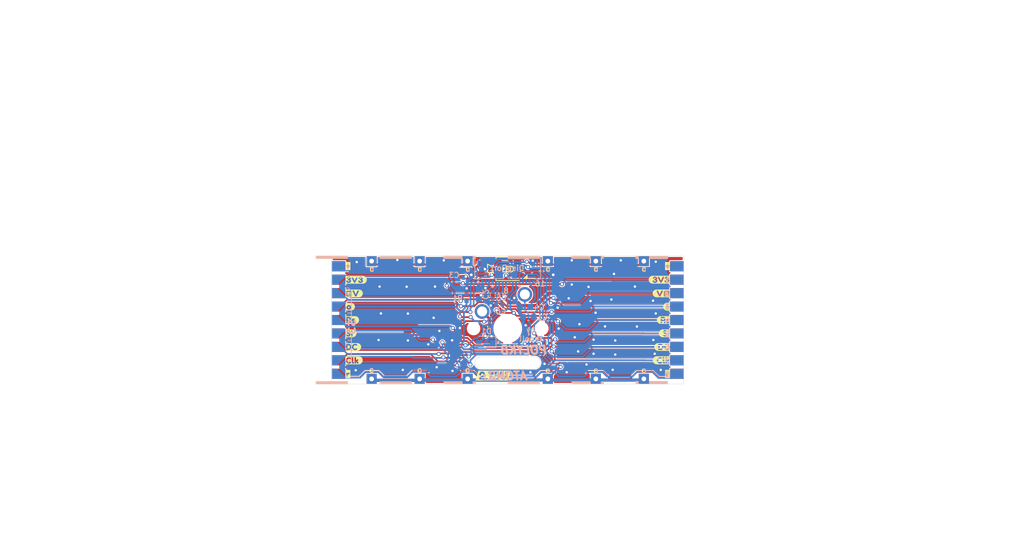
<source format=kicad_pcb>
(kicad_pcb (version 20211014) (generator pcbnew)
  (title_block (title "PolyKB Atom") (date "2022-02-01") (rev "2.1") (company "thpoll"))
  (layers (0 "F.Cu" signal) (31 "B.Cu" signal) (34 "B.Paste" user) (35 "F.Paste" user) (36 "B.SilkS" user "B.Silkscreen") (37 "F.SilkS" user "F.Silkscreen") (38 "B.Mask" user) (39 "F.Mask" user) (44 "Edge.Cuts" user))
  (net 0 "")
  (net 1 "/Keyboard/sheet605ED2EB/GND")
  (net 2 "/Keyboard/sheet605ED2EB/3V3")
  (net 3 "/Keyboard/sheet605ED2EB/4V2")
  (net 4 "Net-(C4-Pad1)")
  (net 5 "Net-(C5-Pad2)")
  (net 6 "Net-(C5-Pad1)")
  (net 7 "Net-(C6-Pad2)")
  (net 8 "Net-(C6-Pad1)")
  (net 9 "/Keyboard/sheet605ED2EB/CS")
  (net 10 "/Keyboard/sheet605ED2EB/RESET")
  (net 11 "/Keyboard/sheet605ED2EB/D-C")
  (net 12 "/Keyboard/sheet605ED2EB/SCLK")
  (net 13 "/Keyboard/sheet605ED2EB/SDIN")
  (net 14 "/Keyboard/sheet605ED2EB/LED_DIN")
  (net 15 "/Keyboard/sheet605ED2EB/5V")
  (net 16 "Net-(D1-Pad2)")
  (net 17 "/Keyboard/sheet605ED2EB/KeyRow")
  (net 18 "/Keyboard/sheet605ED2EB/KeyCol")
  (net 19 "CS8")
  (net 20 "CS7")
  (net 21 "CS6")
  (net 22 "CS5")
  (net 23 "CS4")
  (net 24 "CS3")
  (net 25 "CS2")
  (net 26 "CS1")
  (net 27 "Net-(C1-Pad1)")
  (footprint "poly_kb:AtomConnect2" (layer "F.Cu") (at 76.54925 63.6778 -90)
    (fp_text reference "J3" hide)
    (fp_text value "WestFront")
  )
  (footprint "poly_kb:AtomConnect2" (layer "F.Cu") (at 126.90475 63.6778 -90)
    (fp_text reference "J4" hide)
    (fp_text value "EastFront")
  )
  (footprint "poly_kb:WS2812B-Mini" (layer "F.Cu") (at 101.727 56.0578)
    (fp_text reference "LED1" hide)
    (fp_text value "WS2812B-Mini")
  )
  (footprint "poly_kb:SW_Cherry_MX_1.00u_PCB_NoSilk" (layer "F.Cu") (at 104.267 59.8678)
    (fp_text reference "SW1" hide)
    (fp_text value "SW_Push")
  )
  (footprint "poly_kb:TestPoin_1.5x1.5mm_Drill0.7mm" (layer "F.Cu") (at 107.696 54.9148)
    (fp_text reference "J2" hide)
    (fp_text value "North")
  )
  (footprint "poly_kb:TestPoin_1.5x1.5mm_Drill0.7mm" (layer "F.Cu") (at 95.758 54.9148)
    (fp_text reference "J8" hide)
    (fp_text value "North2")
  )
  (footprint "poly_kb:TestPoin_1.5x1.5mm_Drill0.7mm" (layer "F.Cu") (at 107.696 72.4408)
    (fp_text reference "J9" hide)
    (fp_text value "South2")
  )
  (footprint "poly_kb:TestPoin_1.5x1.5mm_Drill0.7mm" (layer "F.Cu") (at 95.758 72.4408)
    (fp_text reference "J7" hide)
    (fp_text value "South")
  )
  (footprint "kibuzzard-61EFD908" (layer "F.Cu") (at 77.94625 71.7042)
    (fp_text reference "kibuzzard-61EFD908" hide)
    (fp_text value "G***" hide)
  )
  (footprint "poly_kb:TestPoin_1.5x1.5mm_Drill0.7mm" (layer "F.Cu") (at 121.98375 54.9148)
    (fp_text reference "J2" hide)
    (fp_text value "North")
  )
  (footprint "kibuzzard-61EFBE87" (layer "F.Cu") (at 79.36865 59.7154)
    (fp_text reference "kibuzzard-61EFBE87" hide)
    (fp_text value "G***" hide)
  )
  (footprint "kibuzzard-61EFDAC6" (layer "F.Cu") (at 125.45695 61.6966)
    (fp_text reference "kibuzzard-61EFDAC6" hide)
    (fp_text value "G***" hide)
  )
  (footprint "kibuzzard-61EFBE2C" (layer "F.Cu") (at 78.75905 67.691)
    (fp_text reference "kibuzzard-61EFBE2C" hide)
    (fp_text value "G***" hide)
  )
  (footprint "poly_kb:TestPoin_1.5x1.5mm_Drill0.7mm" (layer "F.Cu") (at 114.83975 54.9148)
    (fp_text reference "J2" hide)
    (fp_text value "North")
  )
  (footprint "Capacitor_SMD:C_0603_1608Metric" (layer "F.Cu") (at 97.7265 56.0578 -90)
    (fp_text reference "C7")
    (fp_text value "100nF")
  )
  (footprint "kibuzzard-61EFD947" (layer "F.Cu") (at 125.50775 55.6514)
    (fp_text reference "kibuzzard-61EFD947" hide)
    (fp_text value "G***" hide)
  )
  (footprint "poly_kb:TestPoin_1.5x1.5mm_Drill0.7mm" (layer "F.Cu") (at 121.98375 72.4408)
    (fp_text reference "J9" hide)
    (fp_text value "South2")
  )
  (footprint "kibuzzard-61EFA8F1" (layer "F.Cu") (at 124.59335 69.6722)
    (fp_text reference "kibuzzard-61EFA8F1" hide)
    (fp_text value "G***" hide)
  )
  (footprint "poly_kb:TestPoin_1.5x1.5mm_Drill0.7mm" (layer "F.Cu") (at 81.47025 72.4408)
    (fp_text reference "J7" hide)
    (fp_text value "South")
  )
  (footprint "kibuzzard-61EFDAA0" (layer "F.Cu") (at 78.30185 61.6966)
    (fp_text reference "kibuzzard-61EFDAA0" hide)
    (fp_text value "G***" hide)
  )
  (footprint "kibuzzard-61EFD7F9" (layer "F.Cu") (at 125.05055 65.659)
    (fp_text reference "kibuzzard-61EFD7F9" hide)
    (fp_text value "G***" hide)
  )
  (footprint "kibuzzard-61EFD863" (layer "F.Cu") (at 124.28855 57.6834)
    (fp_text reference "kibuzzard-61EFD863" hide)
    (fp_text value "G***" hide)
  )
  (footprint "kibuzzard-620966E2" (layer "F.Cu") (at 99.552 71.9528)
    (fp_text reference "kibuzzard-620966E2" hide)
    (fp_text value "G***" hide)
  )
  (footprint "kibuzzard-61EFD879" (layer "F.Cu") (at 79.17525 57.6906)
    (fp_text reference "kibuzzard-61EFD879" hide)
    (fp_text value "G***" hide)
  )
  (footprint "kibuzzard-61EFD908" (layer "F.Cu") (at 125.50775 71.7042)
    (fp_text reference "kibuzzard-61EFD908" hide)
    (fp_text value "G***" hide)
  )
  (footprint "kibuzzard-61EFACF9" (layer "F.Cu") (at 124.08535 59.7154)
    (fp_text reference "kibuzzard-61EFACF9" hide)
    (fp_text value "G***" hide)
  )
  (footprint "kibuzzard-61EFDAEE" (layer "F.Cu") (at 78.585489 63.677507)
    (fp_text reference "kibuzzard-61EFDAEE" hide)
    (fp_text value "G***" hide)
  )
  (footprint "kibuzzard-61EFBE21" (layer "F.Cu") (at 78.40345 65.659)
    (fp_text reference "kibuzzard-61EFBE21" hide)
    (fp_text value "G***" hide)
  )
  (footprint "kibuzzard-61EFABBF" (layer "F.Cu") (at 124.69495 67.691)
    (fp_text reference "kibuzzard-61EFABBF" hide)
    (fp_text value "G***" hide)
  )
  (footprint "kibuzzard-61EFD947" (layer "F.Cu") (at 77.94625 55.6514)
    (fp_text reference "kibuzzard-61EFD947" hide)
    (fp_text value "G***" hide)
  )
  (footprint "poly_kb:TestPoin_1.5x1.5mm_Drill0.7mm" (layer "F.Cu") (at 88.61425 72.4408)
    (fp_text reference "J7" hide)
    (fp_text value "South")
  )
  (footprint "kibuzzard-61EFBE3D" (layer "F.Cu") (at 78.86065 69.6722)
    (fp_text reference "kibuzzard-61EFBE3D" hide)
    (fp_text value "G***" hide)
  )
  (footprint "poly_kb:TestPoin_1.5x1.5mm_Drill0.7mm" (layer "F.Cu") (at 88.61425 54.9148)
    (fp_text reference "J10" hide)
    (fp_text value "North2")
  )
  (footprint "kibuzzard-61EFAA6D" (layer "F.Cu") (at 124.89815 63.6778)
    (fp_text reference "kibuzzard-61EFAA6D" hide)
    (fp_text value "G***" hide)
  )
  (footprint "poly_kb:TestPoin_1.5x1.5mm_Drill0.7mm" (layer "F.Cu") (at 81.4705 54.9148)
    (fp_text reference "J11" hide)
    (fp_text value "North2")
  )
  (footprint "poly_kb:TestPoin_1.5x1.5mm_Drill0.7mm" (layer "F.Cu") (at 114.83975 72.4408)
    (fp_text reference "J9" hide)
    (fp_text value "South2")
  )
  (footprint "Capacitor_SMD:C_0603_1608Metric" (layer "B.Cu") (at 104.802 63.2528 180)
    (fp_text reference "C1")
    (fp_text value "2.2uF")
  )
  (footprint "Capacitor_SMD:C_0603_1608Metric" (layer "B.Cu") (at 97.409 59.8046 90)
    (fp_text reference "C2")
    (fp_text value "2.2uF")
  )
  (footprint "Capacitor_SMD:C_0402_1005Metric" (layer "B.Cu") (at 95.123 56.9468 90)
    (fp_text reference "C3" hide)
    (fp_text value "1uF")
  )
  (footprint "Capacitor_SMD:C_0603_1608Metric" (layer "B.Cu") (at 104.302 61.7528 180)
    (fp_text reference "C4")
    (fp_text value "4.7uF")
  )
  (footprint "Capacitor_SMD:C_0402_1005Metric" (layer "B.Cu") (at 99.4918 60.0176 90)
    (fp_text reference "C5")
    (fp_text value "1uF")
  )
  (footprint "Capacitor_SMD:C_0402_1005Metric" (layer "B.Cu") (at 100.457 61.3918)
    (fp_text reference "C6")
    (fp_text value "1uF")
  )
  (footprint "poly_kb:D_SOD-323Ext" (layer "B.Cu") (at 98.425 66.9528 180)
    (fp_text reference "D1")
    (fp_text value "D_Small")
  )
  (footprint "poly_kb:FPC_16_JUSHUO_AFC05_S16FIA_00" (layer "B.Cu") (at 101.727 57.9628)
    (fp_text reference "J1" hide)
    (fp_text value "Conn_01x16")
  )
  (footprint "poly_kb:AtomConnect2" (layer "B.Cu") (at 126.90475 63.6778 -90)
    (fp_text reference "J6" hide)
    (fp_text value "EastBack")
  )
  (footprint "poly_kb:AtomConnectCS" (layer "B.Cu") (at 76.54925 63.6778 -90)
    (fp_text reference "J5" hide)
    (fp_text value "WestBack")
  )
  (footprint "Resistor_SMD:R_0402_1005Metric" (layer "B.Cu") (at 95.602 60.3906 -90)
    (fp_text reference "R1")
    (fp_text value "1M")
  )
  (gr_poly (pts (xy 106.4895 73.2282) (xy 101.727 73.2282) (xy 101.727 72.7964) (xy 106.4895 72.7964)) (layer "B.SilkS") (width 0) (fill solid))
  (gr_poly (pts (xy 94.9706 54.5608) (xy 92.1766 54.5608) (xy 92.1766 54.1274) (xy 94.9706 54.1274)) (layer "B.SilkS") (width 0) (fill solid))
  (gr_poly (pts (xy 96.9645 54.5608) (xy 96.5454 54.5608) (xy 96.5454 54.1274) (xy 96.9645 54.1274)) (layer "B.SilkS") (width 0) (fill solid))
  (gr_poly (pts (xy 96.9645 73.2282) (xy 96.5454 73.2282) (xy 96.5454 72.8091) (xy 96.9645 72.8091)) (layer "B.SilkS") (width 0) (fill solid))
  (gr_poly (pts (xy 94.9706 73.2282) (xy 92.202 73.2282) (xy 92.202 72.788864) (xy 94.9706 72.788864)) (layer "B.SilkS") (width 0) (fill solid))
  (gr_line (start 125.50775 55.3466) (end 125.50775 55.7022) (layer "B.SilkS") (width 0.12))
  (gr_poly (pts (xy 120.7645 72.7774) (xy 121.1836 72.7774) (xy 121.1836 73.1965) (xy 120.7645 73.1965)) (layer "B.SilkS") (width 0) (fill solid))
  (gr_line (start 78.45425 63.4238) (end 78.45425 59.3598) (layer "B.SilkS") (width 0.12))
  (gr_line (start 103.502 58.4778) (end 103.502 58.9278) (layer "B.SilkS") (width 0.12))
  (gr_line (start 77.94625 66.7258) (end 78.45425 66.7258) (layer "B.SilkS") (width 0.12))
  (gr_line (start 103.327 58.7528) (end 103.677 58.7528) (layer "B.SilkS") (width 0.12))
  (gr_line (start 77.94625 55.3466) (end 77.94625 55.7022) (layer "B.SilkS") (width 0.12))
  (gr_line (start 78.45425 69.5198) (end 77.94625 70.0278) (layer "B.SilkS") (width 0.12))
  (gr_line (start 77.94625 55.7022) (end 77.69225 55.7022) (layer "B.SilkS") (width 0.12))
  (gr_poly (pts (xy 122.7584 54.1448) (xy 125.5524 54.1448) (xy 125.5524 54.5782) (xy 122.7584 54.5782)) (layer "B.SilkS") (width 0) (fill solid))
  (gr_line (start 99.302 58.7528) (end 99.652 58.7528) (layer "B.SilkS") (width 0.12))
  (gr_line (start 125.45695 56.007) (end 125.55855 56.007) (layer "B.SilkS") (width 0.12))
  (gr_line (start 77.94625 55.7022) (end 78.20025 55.7022) (layer "B.SilkS") (width 0.12))
  (gr_poly (pts (xy 77.9145 54.5608) (xy 73.152 54.5608) (xy 73.152 54.1274) (xy 77.9145 54.1274)) (layer "B.SilkS") (width 0) (fill solid))
  (gr_poly (pts (xy 77.9145 73.2282) (xy 73.152 73.2282) (xy 73.152 72.7964) (xy 77.9145 72.7964)) (layer "B.SilkS") (width 0) (fill solid))
  (gr_line (start 99.402 58.7028) (end 99.552 58.7028) (layer "B.SilkS") (width 0.12))
  (gr_line (start 103.427 58.7028) (end 103.577 58.7028) (layer "B.SilkS") (width 0.12))
  (gr_line (start 99.477 58.4778) (end 99.302 58.7528) (layer "B.SilkS") (width 0.12))
  (gr_line (start 103.677 58.7528) (end 103.502 58.4778) (layer "B.SilkS") (width 0.12))
  (gr_line (start 125.50775 55.7022) (end 125.76175 55.7022) (layer "B.SilkS") (width 0.12))
  (gr_line (start 125.50775 55.7022) (end 125.25375 55.7022) (layer "B.SilkS") (width 0.12))
  (gr_poly (pts (xy 116.0145 54.5608) (xy 115.5954 54.5608) (xy 115.5954 54.1274) (xy 116.0145 54.1274)) (layer "B.SilkS") (width 0) (fill solid))
  (gr_poly (pts (xy 122.7584 72.7774) (xy 125.527 72.7774) (xy 125.527 73.216736) (xy 122.7584 73.216736)) (layer "B.SilkS") (width 0) (fill solid))
  (gr_poly (pts (xy 106.4895 54.5608) (xy 101.727 54.5608) (xy 101.727 54.1274) (xy 106.4895 54.1274)) (layer "B.SilkS") (width 0) (fill solid))
  (gr_line (start 77.79385 55.8546) (end 78.09865 55.8546) (layer "B.SilkS") (width 0.12))
  (gr_line (start 77.94625 62.6618) (end 78.45425 62.6618) (layer "B.SilkS") (width 0.12))
  (gr_poly (pts (xy 87.4395 54.5608) (xy 82.677 54.5608) (xy 82.677 54.1274) (xy 87.4395 54.1274)) (layer "B.SilkS") (width 0) (fill solid))
  (gr_line (start 99.652 58.7528) (end 99.477 58.4778) (layer "B.SilkS") (width 0.12))
  (gr_line (start 78.45425 65.9638) (end 78.45425 69.5198) (layer "B.SilkS") (width 0.12))
  (gr_poly (pts (xy 87.4395 73.2282) (xy 82.677 73.2282) (xy 82.677 72.7964) (xy 87.4395 72.7964)) (layer "B.SilkS") (width 0) (fill solid))
  (gr_line (start 103.502 58.4778) (end 103.327 58.7528) (layer "B.SilkS") (width 0.12))
  (gr_line (start 101.477 58.6528) (end 101.477 58.4778) (layer "B.SilkS") (width 0.12))
  (gr_poly (pts (xy 114.0206 73.2282) (xy 111.252 73.2282) (xy 111.252 72.788864) (xy 114.0206 72.788864)) (layer "B.SilkS") (width 0) (fill solid))
  (gr_line (start 78.45425 59.3598) (end 77.94625 58.8518) (layer "B.SilkS") (width 0.12))
  (gr_poly (pts (xy 120.7645 54.1448) (xy 121.1836 54.1448) (xy 121.1836 54.5782) (xy 120.7645 54.5782)) (layer "B.SilkS") (width 0) (fill solid))
  (gr_poly (pts (xy 116.0145 73.2282) (xy 115.5954 73.2282) (xy 115.5954 72.8091) (xy 116.0145 72.8091)) (layer "B.SilkS") (width 0) (fill solid))
  (gr_line (start 125.35535 55.8546) (end 125.66015 55.8546) (layer "B.SilkS") (width 0.12))
  (gr_line (start 99.477 58.4778) (end 99.477 58.9278) (layer "B.SilkS") (width 0.12))
  (gr_line (start 77.89545 56.007) (end 77.99705 56.007) (layer "B.SilkS") (width 0.12))
  (gr_poly (pts (xy 114.0206 54.5608) (xy 111.2266 54.5608) (xy 111.2266 54.1274) (xy 114.0206 54.1274)) (layer "B.SilkS") (width 0) (fill solid))
  (gr_poly (pts (xy 106.4895 54.5608) (xy 101.727 54.5608) (xy 101.727 54.1274) (xy 106.4895 54.1274)) (layer "F.SilkS") (width 0) (fill solid))
  (gr_line (start 78.12405 59.2582) (end 78.12405 59.309) (layer "F.SilkS") (width 0.12))
  (gr_line (start 124.89815 59.2074) (end 124.89815 60.2234) (layer "F.SilkS") (width 0.135))
  (gr_poly (pts (xy 122.7584 72.7774) (xy 125.5524 72.7774) (xy 125.5524 73.1838) (xy 122.7584 73.1838)) (layer "F.SilkS") (width 0) (fill solid))
  (gr_line (start 125.81255 59.2074) (end 125.81255 60.2234) (layer "F.SilkS") (width 0.135))
  (gr_line (start 125.38075 59.309) (end 125.32995 59.309) (layer "F.SilkS") (width 0.12))
  (gr_line (start 125.38075 59.2582) (end 125.38075 59.309) (layer "F.SilkS") (width 0.12))
  (gr_line (start 78.37805 59.309) (end 78.37805 59.2074) (layer "F.SilkS") (width 0.12))
  (gr_poly (pts (xy 114.0206 73.2282) (xy 111.2266 73.2282) (xy 111.2266 72.8218) (xy 114.0206 72.8218)) (layer "F.SilkS") (width 0) (fill solid))
  (gr_line (start 125.07595 59.309) (end 125.07595 59.2074) (layer "F.SilkS") (width 0.12))
  (gr_poly (pts (xy 77.9145 54.5608) (xy 73.152 54.5608) (xy 73.152 54.1274) (xy 77.9145 54.1274)) (layer "F.SilkS") (width 0) (fill solid))
  (gr_line (start 77.64145 59.2074) (end 78.60665 59.2074) (layer "F.SilkS") (width 0.135))
  (gr_poly (pts (xy 122.7584 54.1448) (xy 125.5524 54.1448) (xy 125.5524 54.5782) (xy 122.7584 54.5782)) (layer "F.SilkS") (width 0) (fill solid))
  (gr_line (start 78.07325 59.309) (end 78.07325 59.2582) (layer "F.SilkS") (width 0.12))
  (gr_line (start 78.53045 59.309) (end 78.37805 59.309) (layer "F.SilkS") (width 0.12))
  (gr_poly (pts (xy 87.4395 54.5608) (xy 82.677 54.5608) (xy 82.677 54.1274) (xy 87.4395 54.1274)) (layer "F.SilkS") (width 0) (fill solid))
  (gr_poly (pts (xy 114.0206 54.5608) (xy 111.2266 54.5608) (xy 111.2266 54.1274) (xy 114.0206 54.1274)) (layer "F.SilkS") (width 0) (fill solid))
  (gr_line (start 78.60665 60.2234) (end 77.64145 60.2234) (layer "F.SilkS") (width 0.135))
  (gr_line (start 77.69225 59.309) (end 77.81925 59.309) (layer "F.SilkS") (width 0.12))
  (gr_line (start 125.12675 59.563) (end 125.58395 59.563) (layer "F.SilkS") (width 0.12))
  (gr_line (start 77.64145 59.2074) (end 77.64145 60.2234) (layer "F.SilkS") (width 0.135))
  (gr_line (start 125.78715 59.309) (end 125.63475 59.309) (layer "F.SilkS") (width 0.12))
  (gr_poly (pts (xy 96.9645 54.5608) (xy 96.5454 54.5608) (xy 96.5454 54.1274) (xy 96.9645 54.1274)) (layer "F.SilkS") (width 0) (fill solid))
  (gr_line (start 77.87005 59.563) (end 78.32725 59.563) (layer "F.SilkS") (width 0.12))
  (gr_poly (pts (xy 120.7645 72.7774) (xy 121.1836 72.7774) (xy 121.1836 73.1838) (xy 120.7645 73.1838)) (layer "F.SilkS") (width 0) (fill solid))
  (gr_line (start 77.87005 59.9694) (end 78.32725 59.9694) (layer "F.SilkS") (width 0.12))
  (gr_poly (pts (xy 94.9706 54.5608) (xy 92.1766 54.5608) (xy 92.1766 54.1274) (xy 94.9706 54.1274)) (layer "F.SilkS") (width 0) (fill solid))
  (gr_line (start 125.58395 59.7662) (end 125.12675 59.7662) (layer "F.SilkS") (width 0.12))
  (gr_line (start 125.63475 59.309) (end 125.63475 59.2074) (layer "F.SilkS") (width 0.12))
  (gr_line (start 78.12405 59.309) (end 78.07325 59.309) (layer "F.SilkS") (width 0.12))
  (gr_poly (pts (xy 120.7645 54.1448) (xy 121.1836 54.1448) (xy 121.1836 54.5782) (xy 120.7645 54.5782)) (layer "F.SilkS") (width 0) (fill solid))
  (gr_line (start 125.81255 60.2234) (end 124.84735 60.2234) (layer "F.SilkS") (width 0.135))
  (gr_line (start 124.94895 59.309) (end 125.07595 59.309) (layer "F.SilkS") (width 0.12))
  (gr_line (start 78.32725 59.7662) (end 77.87005 59.7662) (layer "F.SilkS") (width 0.12))
  (gr_poly (pts (xy 96.9645 73.2282) (xy 96.5454 73.2282) (xy 96.5454 72.8218) (xy 96.9645 72.8218)) (layer "F.SilkS") (width 0) (fill solid))
  (gr_line (start 77.81925 59.309) (end 77.81925 59.2074) (layer "F.SilkS") (width 0.12))
  (gr_poly (pts (xy 106.4895 73.2282) (xy 101.727 73.2282) (xy 101.727 72.8218) (xy 106.4895 72.8218)) (layer "F.SilkS") (width 0) (fill solid))
  (gr_line (start 125.12675 59.9694) (end 125.58395 59.9694) (layer "F.SilkS") (width 0.12))
  (gr_poly (pts (xy 116.0145 73.2282) (xy 115.5954 73.2282) (xy 115.5954 72.8218) (xy 116.0145 72.8218)) (layer "F.SilkS") (width 0) (fill solid))
  (gr_line (start 78.55585 59.2074) (end 78.55585 60.2234) (layer "F.SilkS") (width 0.135))
  (gr_poly (pts (xy 77.9145 73.2282) (xy 73.152 73.2282) (xy 73.152 72.8218) (xy 77.9145 72.8218)) (layer "F.SilkS") (width 0) (fill solid))
  (gr_poly (pts (xy 116.0145 54.5608) (xy 115.5954 54.5608) (xy 115.5954 54.1274) (xy 116.0145 54.1274)) (layer "F.SilkS") (width 0) (fill solid))
  (gr_line (start 125.32995 59.309) (end 125.32995 59.2582) (layer "F.SilkS") (width 0.12))
  (gr_line (start 124.84735 59.2074) (end 125.81255 59.2074) (layer "F.SilkS") (width 0.135))
  (gr_poly (pts (xy 87.4395 73.2282) (xy 82.677 73.2282) (xy 82.677 72.8218) (xy 87.4395 72.8218)) (layer "F.SilkS") (width 0) (fill solid))
  (gr_poly (pts (xy 94.9706 73.2282) (xy 92.1766 73.2282) (xy 92.1766 72.8218) (xy 94.9706 72.8218)) (layer "F.SilkS") (width 0) (fill solid))
  (gr_line (start 127.92075 54.1528) (end 75.53325 54.1528) (layer "Edge.Cuts") (width 0.05))
  (gr_line (start 75.53325 54.1528) (end 75.53325 73.2028) (layer "Edge.Cuts") (width 0.05))
  (gr_line (start 127.92075 54.1528) (end 127.92075 73.2028) (layer "Edge.Cuts") (width 0.05))
  (gr_line (start 127.92075 73.2028) (end 75.53325 73.2028) (layer "Edge.Cuts") (width 0.05))
  (gr_arc (start 105.718 69.1388) (mid 106.607 70.0278) (end 105.718 70.9168) (layer "Edge.Cuts") (width 0.05))
  (gr_line (start 105.718 69.1388) (end 97.736 69.1388) (layer "Edge.Cuts") (width 0.05))
  (gr_arc (start 97.736 70.9168) (mid 96.847 70.0278) (end 97.736 69.1388) (layer "Edge.Cuts") (width 0.05))
  (gr_line (start 105.718 70.9168) (end 97.736 70.9168) (layer "Edge.Cuts") (width 0.05))
  (gr_text "ATOM2" (at 101.7778 71.9963) (layer "B.SilkS") (effects (font (size 1.2 1.2) (thickness 0.3) italic) (justify mirror)))
  (gr_text "1" (at 125.50775 57.7088) (layer "B.SilkS") (effects (font (size 0.8 0.8) (thickness 0.153)) (justify mirror)))
  (gr_text "c" (at 95.7834 71.12) (layer "B.SilkS") (effects (font (size 0.8 0.8) (thickness 0.153)) (justify mirror)))
  (gr_text "c" (at 107.7214 71.1454) (layer "B.SilkS") (effects (font (size 0.8 0.8) (thickness 0.153)) (justify mirror)))
  (gr_text "c" (at 95.7834 56.0578) (layer "B.SilkS") (effects (font (size 0.8 0.8) (thickness 0.153)) (justify mirror)))
  (gr_text ".1" (at 98.5012 72.2503) (layer "B.SilkS") (effects (font (size 0.8 0.8) (thickness 0.153)) (justify mirror)))
  (gr_text "4" (at 125.50775 63.741299) (layer "B.SilkS") (effects (font (size 0.8 0.8) (thickness 0.153)) (justify mirror)))
  (gr_text "POLYKB" (at 104.14 68.1482) (layer "B.SilkS") (effects (font (size 1.2 1.2) (thickness 0.3) italic) (justify mirror)))
  (gr_text "c" (at 122.00915 71.1454) (layer "B.SilkS") (effects (font (size 0.8 0.8) (thickness 0.153)) (justify mirror)))
  (gr_text "c" (at 81.49565 56.0578) (layer "B.SilkS") (effects (font (size 0.8 0.8) (thickness 0.153)) (justify mirror)))
  (gr_text "c" (at 88.63965 56.0578) (layer "B.SilkS") (effects (font (size 0.8 0.8) (thickness 0.153)) (justify mirror)))
  (gr_text "." (at 100.302 66.5028) (layer "B.SilkS") (effects (font (size 1.2 1.2) (thickness 0.25)) (justify mirror)))
  (gr_text "2" (at 125.50775 59.719633) (layer "B.SilkS") (effects (font (size 0.8 0.8) (thickness 0.153)) (justify mirror)))
  (gr_text "c" (at 114.86515 56.0578) (layer "B.SilkS") (effects (font (size 0.8 0.8) (thickness 0.153)) (justify mirror)))
  (gr_text "5" (at 125.50775 65.752132) (layer "B.SilkS") (effects (font (size 0.8 0.8) (thickness 0.153)) (justify mirror)))
  (gr_text "6" (at 125.50775 67.762965) (layer "B.SilkS") (effects (font (size 0.8 0.8) (thickness 0.153)) (justify mirror)))
  (gr_text "by\nthpoll" (at 105.156 65.8368) (layer "B.SilkS") (effects (font (size 0.8 0.8)) (justify mirror)))
  (gr_text "8" (at 101.477 59.3278) (layer "B.SilkS") (effects (font (size 0.8 0.8) (thickness 0.153)) (justify mirror)))
  (gr_text "16" (at 106.527 58.2778) (layer "B.SilkS") (effects (font (size 0.8 0.8) (thickness 0.153)) (justify mirror)))
  (gr_text "C3" (at 93.752 57.0028) (layer "B.SilkS") (effects (font (size 0.8 0.8)) (justify mirror)))
  (gr_text "c" (at 107.7214 56.0578) (layer "B.SilkS") (effects (font (size 0.8 0.8) (thickness 0.153)) (justify mirror)))
  (gr_text "c" (at 88.63965 71.12) (layer "B.SilkS") (effects (font (size 0.8 0.8) (thickness 0.153)) (justify mirror)))
  (gr_text "DispPort" (at 101.6762 55.9562) (layer "B.SilkS") (effects (font (size 0.8 0.8) (thickness 0.153)) (justify mirror)))
  (gr_text "c" (at 122.00915 56.0578) (layer "B.SilkS") (effects (font (size 0.8 0.8) (thickness 0.153)) (justify mirror)))
  (gr_text "3" (at 125.50775 61.730466) (layer "B.SilkS") (effects (font (size 0.8 0.8) (thickness 0.153)) (justify mirror)))
  (gr_text "c" (at 81.49565 71.12) (layer "B.SilkS") (effects (font (size 0.8 0.8) (thickness 0.153)) (justify mirror)))
  (gr_text "CS" (at 78.45425 64.6938 270) (layer "B.SilkS") (effects (font (size 1 1.2) (thickness 0.25)) (justify mirror)))
  (gr_text "." (at 97.352 57.5278) (layer "B.SilkS") (effects (font (size 1.2 1.2) (thickness 0.25)) (justify mirror)))
  (gr_text "c" (at 114.86515 71.1454) (layer "B.SilkS") (effects (font (size 0.8 0.8) (thickness 0.153)) (justify mirror)))
  (gr_text "8" (at 125.50775 71.755) (layer "B.SilkS") (effects (font (size 0.8 0.8) (thickness 0.153)) (justify mirror)))
  (gr_text "7" (at 125.50775 69.7738) (layer "B.SilkS") (effects (font (size 0.8 0.8) (thickness 0.153)) (justify mirror)))
  (gr_text "c" (at 95.7326 71.0946) (layer "F.SilkS") (effects (font (size 0.8 0.8) (thickness 0.153))))
  (gr_text "c" (at 107.7214 56.0578) (layer "F.SilkS") (effects (font (size 0.8 0.8) (thickness 0.153))))
  (gr_text "c" (at 107.6706 71.1454) (layer "F.SilkS") (effects (font (size 0.8 0.8) (thickness 0.153))))
  (gr_text "c" (at 88.63965 56.0578) (layer "F.SilkS") (effects (font (size 0.8 0.8) (thickness 0.153))))
  (gr_text "E" (at 101.727 56.134) (layer "F.SilkS") (effects (font (size 0.8 0.8))))
  (gr_text "c" (at 122.00915 56.0578) (layer "F.SilkS") (effects (font (size 0.8 0.8) (thickness 0.153))))
  (gr_text "c" (at 88.58885 71.0946) (layer "F.SilkS") (effects (font (size 0.8 0.8) (thickness 0.153))))
  (gr_text "D" (at 102.3112 56.134) (layer "F.SilkS") (effects (font (size 0.8 0.8))))
  (gr_text "L" (at 101.1428 56.134) (layer "F.SilkS") (effects (font (size 0.8 0.8))))
  (gr_text "c" (at 114.86515 56.0578) (layer "F.SilkS") (effects (font (size 0.8 0.8) (thickness 0.153))))
  (gr_text "c" (at 121.95835 71.1454) (layer "F.SilkS") (effects (font (size 0.8 0.8) (thickness 0.153))))
  (gr_text "c" (at 95.7834 56.0578) (layer "F.SilkS") (effects (font (size 0.8 0.8) (thickness 0.153))))
  (gr_text "c" (at 114.81435 71.1454) (layer "F.SilkS") (effects (font (size 0.8 0.8) (thickness 0.153))))
  (gr_text "c" (at 81.44485 71.0946) (layer "F.SilkS") (effects (font (size 0.8 0.8) (thickness 0.153))))
  (gr_text "c" (at 81.49565 56.0578) (layer "F.SilkS") (effects (font (size 0.8 0.8) (thickness 0.153))))
  (segment (start 98.407521 56.0578) (end 98.34306 56.122261) (width 0.5) (layer "F.Cu") (net 1))
  (segment (start 101.092 56.0578) (end 98.407521 56.0578) (width 0.5) (layer "F.Cu") (net 1))
  (segment (start 95.662917 58.91646) (end 95.585745 58.993632) (width 0.2921) (layer "F.Cu") (net 1))
  (segment (start 101.490858 56.0578) (end 102.581996 57.148938) (width 0.5) (layer "F.Cu") (net 1))
  (segment (start 98.405358 58.91646) (end 95.662917 58.91646) (width 0.2921) (layer "F.Cu") (net 1))
  (segment (start 102.581996 57.148938) (end 108.305862 57.148938) (width 0.5) (layer "F.Cu") (net 1))
  (segment (start 101.092 56.0578) (end 101.490858 56.0578) (width 0.5) (layer "F.Cu") (net 1))
  (segment (start 98.405358 58.91646) (end 101.21566 58.91646) (width 0.2921) (layer "F.Cu") (net 1))
  (segment (start 101.21566 58.91646) (end 102.702 60.4028) (width 0.2921) (layer "F.Cu") (net 1))
  (segment (start 97.640496 56.824825) (end 98.34306 56.122261) (width 0.5) (layer "F.Cu") (net 1))
  (segment (start 96.503206 56.824825) (end 97.640496 56.824825) (width 0.5) (layer "F.Cu") (net 1))
  (segment (start 108.305862 57.148938) (end 108.502 56.9528) (width 0.5) (layer "F.Cu") (net 1))
  (via (at 109.302 64.9528) (size 0.6096) (drill 0.3556) (layers "F.Cu" "B.Cu") (net 1))
  (via (at 110.802 60.4528) (size 0.6096) (drill 0.3556) (layers "F.Cu" "B.Cu") (net 1))
  (via (at 99.202 61.521322) (size 0.6096) (drill 0.3556) (layers "F.Cu" "B.Cu") (net 1))
  (via (at 82.852 62.7028) (size 0.6096) (drill 0.3556) (layers "F.Cu" "B.Cu") (net 1))
  (via (at 117.1575 60.6298) (size 0.6096) (drill 0.3556) (layers "F.Cu" "B.Cu") (net 1))
  (via (at 79.102 71.1528) (size 0.6096) (drill 0.3556) (layers "F.Cu" "B.Cu") (net 1))
  (via (at 86.868 66.7258) (size 0.6096) (drill 0.3556) (layers "F.Cu" "B.Cu") (net 1))
  (via (at 86.106 71.1073) (size 0.6096) (drill 0.3556) (layers "F.Cu" "B.Cu") (net 1))
  (via (at 82.652 58.7028) (size 0.6096) (drill 0.3556) (layers "F.Cu" "B.Cu") (net 1))
  (via (at 110.502 71.4528) (size 0.6096) (drill 0.3556) (layers "F.Cu" "B.Cu") (net 1))
  (via (at 92.202 54.8028) (size 0.6096) (drill 0.3556) (layers "F.Cu" "B.Cu") (net 1))
  (via (at 117.729 68.8213) (size 0.6096) (drill 0.3556) (layers "F.Cu" "B.Cu") (net 1))
  (via (at 117.5385 56.8198) (size 0.6096) (drill 0.3556) (layers "F.Cu" "B.Cu") (net 1))
  (via (at 116.205 64.6303) (size 0.6096) (drill 0.3556) (layers "F.Cu" "B.Cu") (net 1))
  (via (at 104.394 64.4652) (size 0.6096) (drill 0.3556) (layers "F.Cu" "B.Cu") (net 1))
  (via (at 94.602 64.8641) (size 0.6096) (drill 0.3556) (layers "F.Cu" "B.Cu") (net 1))
  (via (at 93.452 66.7028) (size 0.6096) (drill 0.3556) (layers "F.Cu" "B.Cu") (net 1))
  (via (at 113.752 58.7528) (size 0.6096) (drill 0.3556) (layers "F.Cu" "B.Cu") (net 1))
  (via (at 93.502 71.2528) (size 0.6096) (drill 0.3556) (layers "F.Cu" "B.Cu") (net 1))
  (via (at 113.452 70.3028) (size 0.6096) (drill 0.3556) (layers "F.Cu" "B.Cu") (net 1))
  (via (at 82.502 66.6528) (size 0.6096) (drill 0.3556) (layers "F.Cu" "B.Cu") (net 1))
  (via (at 101.092 56.0578) (size 0.6096) (drill 0.3556) (layers "F.Cu" "B.Cu") (net 1))
  (via (at 79.252 55.0528) (size 0.6096) (drill 0.3556) (layers "F.Cu" "B.Cu") (net 1))
  (via (at 111.252 54.8028) (size 0.6096) (drill 0.3556) (layers "F.Cu" "B.Cu") (net 1))
  (via (at 117.348 71.0941) (size 0.6096) (drill 0.3556) (layers "F.Cu" "B.Cu") (net 1))
  (via (at 120.652 58.7028) (size 0.6096) (drill 0.3556) (layers "F.Cu" "B.Cu") (net 1))
  (via (at 90.902 58.7028) (size 0.6096) (drill 0.3556) (layers "F.Cu" "B.Cu") (net 1))
  (via (at 98.405358 58.91646) (size 0.6096) (drill 0.3556) (layers "F.Cu" "B.Cu") (net 1))
  (via (at 108.502 56.9528) (size 0.8) (drill 0.4) (layers "F.Cu" "B.Cu") (net 1))
  (via (at 91.152 70.7028) (size 0.6096) (drill 0.3556) (layers "F.Cu" "B.Cu") (net 1))
  (via (at 114.052 60.8528) (size 0.6096) (drill 0.3556) (layers "F.Cu" "B.Cu") (net 1))
  (via (at 105.452 54.8528) (size 0.6096) (drill 0.3556) (layers "F.Cu" "B.Cu") (net 1))
  (via (at 86.868 62.7253) (size 0.6096) (drill 0.3556) (layers "F.Cu" "B.Cu") (net 1))
  (via (at 107.202 70.2028) (size 0.6096) (drill 0.3556) (layers "F.Cu" "B.Cu") (net 1))
  (via (at 111.702 66.2528) (size 0.6096) (drill 0.3556) (layers "F.Cu" "B.Cu") (net 1))
  (via (at 111.252 58.4028) (size 0.6096) (drill 0.3556) (layers "F.Cu" "B.Cu") (net 1))
  (via (at 102.702 60.4028) (size 0.6096) (drill 0.3556) (layers "F.Cu" "B.Cu") (net 1))
  (via (at 114.502 68.7028) (size 0.6096) (drill 0.3556) (layers "F.Cu" "B.Cu") (net 1))
  (via (at 123.402 66.6528) (size 0.6096) (drill 0.3556) (layers "F.Cu" "B.Cu") (net 1))
  (via (at 91.552 65.3028) (size 0.6096) (drill 0.3556) (layers "F.Cu" "B.Cu") (net 1))
  (via (at 123.752 62.7028) (size 0.6096) (drill 0.3556) (layers "F.Cu" "B.Cu") (net 1))
  (via (at 124.502 71.1028) (size 0.6096) (drill 0.3556) (layers "F.Cu" "B.Cu") (net 1))
  (via (at 98.34306 56.122261) (size 0.6096) (drill 0.3556) (layers "F.Cu" "B.Cu") (net 1))
  (via (at 123.752 55.0028) (size 0.6096) (drill 0.3556) (layers "F.Cu" "B.Cu") (net 1))
  (via (at 89.902 67.3028) (size 0.6096) (drill 0.3556) (layers "F.Cu" "B.Cu") (net 1))
  (via (at 114.502 66.6028) (size 0.6096) (drill 0.3556) (layers "F.Cu" "B.Cu") (net 1))
  (via (at 85.302 54.7528) (size 0.6096) (drill 0.3556) (layers "F.Cu" "B.Cu") (net 1))
  (via (at 86.6775 58.7248) (size 0.6096) (drill 0.3556) (layers "F.Cu" "B.Cu") (net 1))
  (via (at 118.552 54.8028) (size 0.6096) (drill 0.3556) (layers "F.Cu" "B.Cu") (net 1))
  (via (at 114.802 62.6028) (size 0.6096) (drill 0.3556) (layers "F.Cu" "B.Cu") (net 1))
  (via (at 123.352 60.8028) (size 0.6096) (drill 0.3556) (layers "F.Cu" "B.Cu") (net 1))
  (via (at 112.202 68.3528) (size 0.6096) (drill 0.3556) (layers "F.Cu" "B.Cu") (net 1))
  (via (at 109.152 61.8528) (size 0.6096) (drill 0.3556) (layers "F.Cu" "B.Cu") (net 1))
  (via (at 95.607733 58.9711) (size 0.6096) (drill 0.3556) (layers "F.Cu" "B.Cu") (net 1))
  (via (at 96.302 56.9547) (size 0.8) (drill 0.4) (layers "F.Cu" "B.Cu") (net 1))
  (via (at 112.402 64.3028) (size 0.6096) (drill 0.3556) (layers "F.Cu" "B.Cu") (net 1))
  (via (at 99.314 66.0908) (size 0.6096) (drill 0.3556) (layers "F.Cu" "B.Cu") (net 1))
  (via (at 120.952 64.6528) (size 0.6096) (drill 0.3556) (layers "F.Cu" "B.Cu") (net 1))
  (via (at 123.602 68.7028) (size 0.6096) (drill 0.3556) (layers "F.Cu" "B.Cu") (net 1))
  (via (at 90.702 63.3528) (size 0.6096) (drill 0.3556) (layers "F.Cu" "B.Cu") (net 1))
  (via (at 117.729 66.7258) (size 0.6096) (drill 0.3556) (layers "F.Cu" "B.Cu") (net 1))
  (via (at 105.102 71.4528) (size 0.6096) (drill 0.3556) (layers "F.Cu" "B.Cu") (net 1))
  (segment (start 102.702 60.7528) (end 102.702 60.4028) (width 0.5) (layer "B.Cu") (net 1))
  (segment (start 95.702 58.1028) (end 96.252 57.5528) (width 0.2921) (layer "B.Cu") (net 1))
  (segment (start 77.05625 56.1848) (end 76.54925 55.6778) (width 0.5) (layer "B.Cu") (net 1))
  (segment (start 103.527 61.6458) (end 103.527 61.5778) (width 0.5) (layer "B.Cu") (net 1))
  (segment (start 98.452 60.7838) (end 99.187 61.5188) (width 0.2921) (layer "B.Cu") (net 1))
  (segment (start 96.252 57.5528) (end 96.252 57.0047) (width 0.2921) (layer "B.Cu") (net 1))
  (segment (start 76.80325 55.6778) (end 77.31025 56.1848) (width 0.5) (layer "B.Cu") (net 1))
  (segment (start 103.527 61.5778) (end 102.702 60.7528) (width 0.5) (layer "B.Cu") (net 1))
  (segment (start 103.5242 62.681) (end 103.5242 61.6458) (width 0.5) (layer "B.Cu") (net 1))
  (segment (start 116.2625 56.9528) (end 117.148589 56.066711) (width 0.5) (layer "B.Cu") (net 1))
  (segment (start 98.977 58.4778) (end 98.53834 58.91646) (width 0.2921) (layer "B.Cu") (net 1))
  (segment (start 97.409 58.8388) (end 97.61881 58.8388) (width 0.2921) (layer "B.Cu") (net 1))
  (segment (start 95.585745 58.993632) (end 95.702 58.877377) (width 0.2921) (layer "B.Cu") (net 1))
  (segment (start 97.977 57.9628) (end 97.977 58.48061) (width 0.2921) (layer "B.Cu") (net 1))
  (segment (start 98.452 58.963102) (end 98.452 60.7838) (width 0.2921) (layer "B.Cu") (net 1))
  (segment (start 95.23199 56.1848) (end 95.23199 56.35781) (width 0.5) (layer "B.Cu") (net 1))
  (segment (start 96.302 56.623619) (end 96.302 56.9547) (width 0.5) (layer "B.Cu") (net 1))
  (segment (start 95.23199 56.1848) (end 95.863181 56.1848) (width 0.5) (layer "B.Cu") (net 1))
  (segment (start 97.977 58.48061) (end 98.405358 58.908968) (width 0.2921) (layer "B.Cu") (net 1))
  (segment (start 95.23199 56.35781) (end 95.123 56.4668) (width 0.5) (layer "B.Cu") (net 1))
  (segment (start 95.23199 56.1848) (end 77.05625 56.1848) (width 0.5) (layer "B.Cu") (net 1))
  (segment (start 98.405358 58.91646) (end 98.452 58.963102) (width 0.2921) (layer "B.Cu") (net 1))
  (segment (start 96.252 57.0047) (end 96.302 56.9547) (width 0.2921) (layer "B.Cu") (net 1))
  (segment (start 98.53834 58.91646) (end 98.405358 58.91646) (width 0.2921) (layer "B.Cu") (net 1))
  (segment (start 104.013 63.1698) (end 103.5242 62.681) (width 0.5) (layer "B.Cu") (net 1))
  (segment (start 98.405358 58.908968) (end 98.405358 58.91646) (width 0.2921) (layer "B.Cu") (net 1))
  (segment (start 97.61881 58.8388) (end 97.977 58.48061) (width 0.2921) (layer "B.Cu") (net 1))
  (segment (start 126.515839 56.066711) (end 126.90475 55.6778) (width 0.5) (layer "B.Cu") (net 1))
  (segment (start 98.977 57.9628) (end 98.977 58.4778) (width 0.2921) (layer "B.Cu") (net 1))
  (segment (start 95.702 58.877377) (end 95.702 58.1028) (width 0.2921) (layer "B.Cu") (net 1))
  (segment (start 95.863181 56.1848) (end 96.302 56.623619) (width 0.5) (layer "B.Cu") (net 1))
  (segment (start 108.502 56.9528) (end 116.2625 56.9528) (width 0.5) (layer "B.Cu") (net 1))
  (segment (start 117.148589 56.066711) (end 126.515839 56.066711) (width 0.5) (layer "B.Cu") (net 1))
  (segment (start 95.490562 57.229488) (end 95.490562 57.277322) (width 0.5) (layer "F.Cu") (net 2))
  (segment (start 101.473 57.0738) (end 101.473 57.5818) (width 0.5) (layer "F.Cu") (net 2))
  (segment (start 117.348049 57.646099) (end 117.37975 57.6778) (width 0.5) (layer "F.Cu") (net 2))
  (segment (start 93.952 57.7028) (end 92.652 57.7028) (width 0.25) (layer "F.Cu") (net 2))
  (segment (start 109.509274 57.646099) (end 117.348049 57.646099) (width 0.5) (layer "F.Cu") (net 2))
  (segment (start 101.618511 57.727311) (end 101.327489 57.727311) (width 0.5) (layer "F.Cu") (net 2))
  (segment (start 101.473 57.5818) (end 101.327489 57.727311) (width 0.5) (layer "F.Cu") (net 2))
  (segment (start 92.652 57.7028) (end 92.652 58.5528) (width 0.25) (layer "F.Cu") (net 2))
  (segment (start 96.014089 57.800849) (end 109.354524 57.800849) (width 0.5) (layer "F.Cu") (net 2))
  (segment (start 94.227 57.6778) (end 76.54925 57.6778) (width 0.5) (layer "F.Cu") (net 2))
  (segment (start 126.90475 57.6778) (end 126.873049 57.646099) (width 0.5) (layer "F.Cu") (net 2))
  (segment (start 117.37975 57.6778) (end 126.90475 57.6778) (width 0.5) (layer "F.Cu") (net 2))
  (segment (start 94.675312 57.229488) (end 94.227 57.6778) (width 0.5) (layer "F.Cu") (net 2))
  (segment (start 95.490562 57.229488) (end 94.675312 57.229488) (width 0.5) (layer "F.Cu") (net 2))
  (segment (start 101.473 57.5818) (end 101.618511 57.727311) (width 0.5) (layer "F.Cu") (net 2))
  (segment (start 101.327489 57.727311) (end 101.277489 57.777311) (width 0.5) (layer "F.Cu") (net 2))
  (segment (start 95.490562 57.277322) (end 96.014089 57.800849) (width 0.5) (layer "F.Cu") (net 2))
  (segment (start 109.354524 57.800849) (end 109.509274 57.646099) (width 0.5) (layer "F.Cu") (net 2))
  (via (at 92.652 58.5528) (size 0.6096) (drill 0.3556) (layers "F.Cu" "B.Cu") (net 2))
  (via (at 101.473 57.0738) (size 0.6096) (drill 0.3556) (layers "F.Cu" "B.Cu") (net 2))
  (via (at 95.490562 57.229488) (size 0.6096) (drill 0.3556) (layers "F.Cu" "B.Cu") (net 2))
  (segment (start 95.601043 59.879643) (end 93.978843 59.879643) (width 0.25) (layer "B.Cu") (net 2))
  (segment (start 95.602 59.8806) (end 95.601043 59.879643) (width 0.25) (layer "B.Cu") (net 2))
  (segment (start 101.977 57.9628) (end 101.977 57.2778) (width 0.3) (layer "B.Cu") (net 2))
  (segment (start 95.123 57.4268) (end 95.29325 57.4268) (width 0.3) (layer "B.Cu") (net 2))
  (segment (start 95.29325 57.4268) (end 95.490562 57.229488) (width 0.3) (layer "B.Cu") (net 2))
  (segment (start 93.978843 59.879643) (end 92.652 58.5528) (width 0.25) (layer "B.Cu") (net 2))
  (segment (start 101.773 57.0738) (end 101.473 57.0738) (width 0.3) (layer "B.Cu") (net 2))
  (segment (start 101.977 57.2778) (end 101.773 57.0738) (width 0.3) (layer "B.Cu") (net 2))
  (segment (start 101.128688 60.2361) (end 102.002089 61.109501) (width 0.5) (layer "F.Cu") (net 3))
  (segment (start 76.87425 60.0028) (end 76.54925 59.6778) (width 0.5) (layer "F.Cu") (net 3))
  (segment (start 102.002089 61.109501) (end 103.258701 61.109501) (width 0.5) (layer "F.Cu") (net 3))
  (segment (start 103.258701 61.109501) (end 103.702 61.5528) (width 0.5) (layer "F.Cu") (net 3))
  (segment (start 103.702 61.5528) (end 105.9919 61.5528) (width 0.5) (layer "F.Cu") (net 3))
  (segment (start 100.895388 60.0028) (end 76.87425 60.0028) (width 0.5) (layer "F.Cu") (net 3))
  (segment (start 101.128688 60.2361) (end 100.895388 60.0028) (width 0.5) (layer "F.Cu") (net 3))
  (segment (start 107.8669 59.6778) (end 126.90475 59.6778) (width 0.5) (layer "F.Cu") (net 3))
  (segment (start 105.9919 61.5528) (end 107.8669 59.6778) (width 0.5) (layer "F.Cu") (net 3))
  (via (at 101.128688 60.2361) (size 0.6096) (drill 0.3556) (layers "F.Cu" "B.Cu") (net 3))
  (via (at 97.752 60.0028) (size 0.6096) (drill 0.3556) (layers "F.Cu" "B.Cu") (net 3))
  (segment (start 101.477 57.9628) (end 101.477 59.571705) (width 0.3) (layer "B.Cu") (net 3))
  (segment (start 101.128688 59.920017) (end 101.128688 60.2361) (width 0.3) (layer "B.Cu") (net 3))
  (segment (start 97.409 60.3888) (end 97.752 60.0458) (width 0.3) (layer "B.Cu") (net 3))
  (segment (start 97.752 60.0458) (end 97.752 60.0028) (width 0.3) (layer "B.Cu") (net 3))
  (segment (start 101.477 59.571705) (end 101.128688 59.920017) (width 0.3) (layer "B.Cu") (net 3))
  (segment (start 104.977 58.3486) (end 104.977 57.9628) (width 0.254) (layer "B.Cu") (net 4))
  (segment (start 105.794 60.598892) (end 105.794 59.1656) (width 0.254) (layer "B.Cu") (net 4))
  (segment (start 105.794 59.1656) (end 104.977 58.3486) (width 0.254) (layer "B.Cu") (net 4))
  (segment (start 105.296 61.096892) (end 105.794 60.598892) (width 0.254) (layer "B.Cu") (net 4))
  (segment (start 105.296 61.6458) (end 105.296 61.096892) (width 0.254) (layer "B.Cu") (net 4))
  (segment (start 99.4918 59.35762) (end 99.4918 59.5376) (width 0.254) (layer "B.Cu") (net 5))
  (segment (start 99.977 58.87242) (end 99.4918 59.35762) (width 0.254) (layer "B.Cu") (net 5))
  (segment (start 99.977 57.9628) (end 99.977 58.87242) (width 0.254) (layer "B.Cu") (net 5))
  (segment (start 99.477 58.64911) (end 98.90228 59.22383) (width 0.254) (layer "B.Cu") (net 6))
  (segment (start 98.90228 59.90808) (end 99.4918 60.4976) (width 0.254) (layer "B.Cu") (net 6))
  (segment (start 98.90228 59.22383) (end 98.90228 59.90808) (width 0.254) (layer "B.Cu") (net 6))
  (segment (start 99.477 57.9628) (end 99.477 58.64911) (width 0.254) (layer "B.Cu") (net 6))
  (segment (start 100.544987 60.999787) (end 100.937 61.3918) (width 0.254) (layer "B.Cu") (net 7))
  (segment (start 100.977 57.9628) (end 100.977 59.3826) (width 0.254) (layer "B.Cu") (net 7))
  (segment (start 100.977 59.3826) (end 100.544987 59.814613) (width 0.254) (layer "B.Cu") (net 7))
  (segment (start 100.544987 59.814613) (end 100.544987 60.999787) (width 0.254) (layer "B.Cu") (net 7))
  (segment (start 100.437099 59.070541) (end 100.12752 59.38012) (width 0.254) (layer "B.Cu") (net 8))
  (segment (start 100.477 57.9628) (end 100.437099 58.002701) (width 0.254) (layer "B.Cu") (net 8))
  (segment (start 100.12752 61.24128) (end 99.977 61.3918) (width 0.254) (layer "B.Cu") (net 8))
  (segment (start 100.12752 59.38012) (end 100.12752 61.24128) (width 0.254) (layer "B.Cu") (net 8))
  (segment (start 100.437099 58.002701) (end 100.437099 59.070541) (width 0.254) (layer "B.Cu") (net 8))
  (segment (start 96.202 63.2528) (end 94.7183 63.2528) (width 0.254) (layer "F.Cu") (net 9))
  (segment (start 95.335467 67.335789) (end 92.334989 67.335789) (width 0.254) (layer "F.Cu") (net 9))
  (segment (start 94.7183 63.2528) (end 94.6183 63.1528) (width 0.254) (layer "F.Cu") (net 9))
  (segment (start 95.439446 67.439768) (end 95.335467 67.335789) (width 0.254) (layer "F.Cu") (net 9))
  (segment (start 92.334989 67.335789) (end 92.002 67.0028) (width 0.254) (layer "F.Cu") (net 9))
  (via (at 96.202 63.2528) (size 0.6096) (drill 0.3556) (layers "F.Cu" "B.Cu") (net 9))
  (via (at 92.002 67.0028) (size 0.6096) (drill 0.3556) (layers "F.Cu" "B.Cu") (net 9))
  (via (at 94.6183 63.1528) (size 0.6096) (drill 0.3556) (layers "F.Cu" "B.Cu") (net 9))
  (via (at 95.439446 67.439768) (size 0.6096) (drill 0.3556) (layers "F.Cu" "B.Cu") (net 9))
  (segment (start 98.052 64.6028) (end 98.502 64.6028) (width 0.254) (layer "B.Cu") (net 9))
  (segment (start 77.29925 58.1778) (end 77.29925 59.3938) (width 0.25) (layer "B.Cu") (net 9))
  (segment (start 95.602 60.9006) (end 95.602 61.354713) (width 0.254) (layer "B.Cu") (net 9))
  (segment (start 77.29925 67.31255) (end 77.29925 66.1778) (width 0.254) (layer "B.Cu") (net 9))
  (segment (start 94.966637 60.281554) (end 94.484737 60.281554) (width 0.25) (layer "B.Cu") (net 9))
  (segment (start 94.88416 62.3691) (end 95.340179 61.913081) (width 0.254) (layer "B.Cu") (net 9))
  (segment (start 77.29925 59.30005) (end 77.29925 58.1778) (width 0.25) (layer "B.Cu") (net 9))
  (segment (start 78.002 68.0028) (end 77.29925 67.30005) (width 0.254) (layer "B.Cu") (net 9))
  (segment (start 96.852 66.3528) (end 95.765032 67.439768) (width 0.254) (layer "B.Cu") (net 9))
  (segment (start 77.29925 67.30005) (end 77.29925 66.1778) (width 0.254) (layer "B.Cu") (net 9))
  (segment (start 102.477 59.178277) (end 102.477 57.9628) (width 0.254) (layer "B.Cu") (net 9))
  (segment (start 101.402 62.3028) (end 101.712388 61.992412) (width 0.254) (layer "B.Cu") (net 9))
  (segment (start 92.002 68.0028) (end 92.002 67.0028) (width 0.254) (layer "B.Cu") (net 9))
  (segment (start 94.48378 60.282511) (end 78.281711 60.282511) (width 0.25) (layer "B.Cu") (net 9))
  (segment (start 78.281711 60.282511) (end 77.29925 59.30005) (width 0.25) (layer "B.Cu") (net 9))
  (segment (start 94.967594 60.282511) (end 94.966637 60.281554) (width 0.25) (layer "B.Cu") (net 9))
  (segment (start 100.802 62.3028) (end 101.402 62.3028) (width 0.254) (layer "B.Cu") (net 9))
  (segment (start 77.77425 61.7028) (end 77.29925 62.1778) (width 0.254) (layer "B.Cu") (net 9))
  (segment (start 94.484737 60.281554) (end 94.48378 60.282511) (width 0.25) (layer "B.Cu") (net 9))
  (segment (start 97.290479 63.841279) (end 98.052 64.6028) (width 0.254) (layer "B.Cu") (net 9))
  (segment (start 77.57425 69.9028) (end 92.352 69.9028) (width 0.254) (layer "B.Cu") (net 9))
  (segment (start 98.502 64.6028) (end 100.802 62.3028) (width 0.254) (layer "B.Cu") (net 9))
  (segment (start 94.6183 62.3691) (end 93.952 61.7028) (width 0.254) (layer "B.Cu") (net 9))
  (segment (start 95.602 61.354713) (end 95.340179 61.616532) (width 0.254) (layer "B.Cu") (net 9))
  (segment (start 94.6183 62.3691) (end 94.88416 62.3691) (width 0.254) (layer "B.Cu") (net 9))
  (segment (start 96.790479 63.841279) (end 97.290479 63.841279) (width 0.254) (layer "B.Cu") (net 9))
  (segment (start 97.202 66.3528) (end 96.852 66.3528) (width 0.254) (layer "B.Cu") (net 9))
  (segment (start 92.852 68.8528) (end 92.002 68.0028) (width 0.254) (layer "B.Cu") (net 9))
  (segment (start 95.765032 67.439768) (end 95.439446 67.439768) (width 0.254) (layer "B.Cu") (net 9))
  (segment (start 98.052 64.6028) (end 98.052 65.5028) (width 0.254) (layer "B.Cu") (net 9))
  (segment (start 101.712388 61.992412) (end 101.712388 59.942889) (width 0.254) (layer "B.Cu") (net 9))
  (segment (start 92.352 69.9028) (end 92.852 69.4028) (width 0.254) (layer "B.Cu") (net 9))
  (segment (start 77.29925 58.1778) (end 77.29925 58.57505) (width 0.25) (layer "B.Cu") (net 9))
  (segment (start 94.983911 60.282511) (end 94.967594 60.282511) (width 0.25) (layer "B.Cu") (net 9))
  (segment (start 77.29925 59.31255) (end 77.29925 58.1778) (width 0.25) (layer "B.Cu") (net 9))
  (segment (start 95.602 60.9006) (end 94.983911 60.282511) (width 0.25) (layer "B.Cu") (net 9))
  (segment (start 101.712388 59.942889) (end 102.477 59.178277) (width 0.254) (layer "B.Cu") (net 9))
  (segment (start 92.852 69.4028) (end 92.852 68.8528) (width 0.254) (layer "B.Cu") (net 9))
  (segment (start 98.052 65.5028) (end 97.202 66.3528) (width 0.254) (layer "B.Cu") (net 9))
  (segment (start 77.29925 66.1778) (end 77.29925 67.17505) (width 0.254) (layer "B.Cu") (net 9))
  (segment (start 94.6183 63.1528) (end 94.6183 62.3691) (width 0.254) (layer "B.Cu") (net 9))
  (segment (start 96.202 63.2528) (end 96.790479 63.841279) (width 0.254) (layer "B.Cu") (net 9))
  (segment (start 93.952 61.7028) (end 77.77425 61.7028) (width 0.254) (layer "B.Cu") (net 9))
  (segment (start 95.340179 61.616532) (end 95.340179 61.913081) (width 0.254) (layer "B.Cu") (net 9))
  (segment (start 77.29925 66.1778) (end 77.29925 67.3938) (width 0.254) (layer "B.Cu") (net 9))
  (segment (start 77.29925 70.1778) (end 77.57425 69.9028) (width 0.254) (layer "B.Cu") (net 9))
  (segment (start 92.002 68.0028) (end 78.002 68.0028) (width 0.254) (layer "B.Cu") (net 9))
  (segment (start 109.363511 63.064311) (end 109.977 63.6778) (width 0.254) (layer "F.Cu") (net 10))
  (segment (start 102.628242 62.628023) (end 103.06453 63.064311) (width 0.254) (layer "F.Cu") (net 10))
  (segment (start 95.513521 63.841279) (end 95.202 64.1528) (width 0.254) (layer "F.Cu") (net 10))
  (segment (start 98.21668 63.940243) (end 98.117716 63.841279) (width 0.254) (layer "F.Cu") (net 10))
  (segment (start 88.552 64.1528) (end 88.077 63.6778) (width 0.254) (layer "F.Cu") (net 10))
  (segment (start 88.077 63.6778) (end 76.54925 63.6778) (width 0.254) (layer "F.Cu") (net 10))
  (segment (start 100.474023 62.628023) (end 102.628242 62.628023) (width 0.254) (layer "F.Cu") (net 10))
  (segment (start 100.0506 62.2046) (end 100.474023 62.628023) (width 0.254) (layer "F.Cu") (net 10))
  (segment (start 98.117716 63.841279) (end 95.513521 63.841279) (width 0.254) (layer "F.Cu") (net 10))
  (segment (start 109.977 63.6778) (end 126.90475 63.6778) (width 0.254) (layer "F.Cu") (net 10))
  (segment (start 103.06453 63.064311) (end 109.363511 63.064311) (width 0.254) (layer "F.Cu") (net 10))
  (segment (start 95.202 64.1528) (end 88.552 64.1528) (width 0.254) (layer "F.Cu") (net 10))
  (via (at 98.21668 63.940243) (size 0.6096) (drill 0.3556) (layers "F.Cu" "B.Cu") (net 10))
  (via (at 102.628242 62.628023) (size 0.6096) (drill 0.3556) (layers "F.Cu" "B.Cu") (net 10))
  (via (at 100.0506 62.2046) (size 0.6096) (drill 0.3556) (layers "F.Cu" "B.Cu") (net 10))
  (segment (start 98.558437 63.940243) (end 98.21668 63.940243) (width 0.254) (layer "B.Cu") (net 10))
  (segment (start 102.118299 62.11808) (end 102.628242 62.628023) (width 0.254) (layer "B.Cu") (net 10))
  (segment (start 100.0506 62.44808) (end 98.558437 63.940243) (width 0.254) (layer "B.Cu") (net 10))
  (segment (start 102.118299 60.111022) (end 102.118299 62.11808) (width 0.254) (layer "B.Cu") (net 10))
  (segment (start 102.977 57.9628) (end 102.977 59.252321) (width 0.254) (layer "B.Cu") (net 10))
  (segment (start 100.0506 62.2046) (end 100.0506 62.44808) (width 0.254) (layer "B.Cu") (net 10))
  (segment (start 102.977 59.252321) (end 102.118299 60.111022) (width 0.254) (layer "B.Cu") (net 10))
  (segment (start 94.747289 68.147612) (end 77.019062 68.147612) (width 0.254) (layer "F.Cu") (net 11))
  (segment (start 96.338663 68.661597) (end 96.11948 68.442412) (width 0.254) (layer "F.Cu") (net 11))
  (segment (start 96.459468 68.7324) (end 96.388666 68.661598) (width 0.254) (layer "F.Cu") (net 11))
  (segment (start 96.11948 68.442412) (end 95.042088 68.442411) (width 0.254) (layer "F.Cu") (net 11))
  (segment (start 77.019062 68.147612) (end 76.54925 67.6778) (width 0.254) (layer "F.Cu") (net 11))
  (segment (start 107.033982 68.7324) (end 96.459468 68.7324) (width 0.254) (layer "F.Cu") (net 11))
  (segment (start 108.610535 67.6778) (end 126.90475 67.6778) (width 0.254) (layer "F.Cu") (net 11))
  (segment (start 77.019061 68.147611) (end 76.54925 67.6778) (width 0.254) (layer "F.Cu") (net 11))
  (segment (start 96.388666 68.661598) (end 96.338663 68.661597) (width 0.254) (layer "F.Cu") (net 11))
  (segment (start 108.565086 67.632351) (end 108.610535 67.6778) (width 0.254) (layer "F.Cu") (net 11))
  (segment (start 108.565087 67.632347) (end 108.134035 67.632347) (width 0.254) (layer "F.Cu") (net 11))
  (segment (start 95.042088 68.442411) (end 94.747289 68.147612) (width 0.254) (layer "F.Cu") (net 11))
  (segment (start 108.134035 67.632347) (end 107.033982 68.7324) (width 0.254) (layer "F.Cu") (net 11))
  (segment (start 108.61054 67.6778) (end 108.565087 67.632347) (width 0.254) (layer "F.Cu") (net 11))
  (via (at 108.565086 67.632351) (size 0.6096) (drill 0.3556) (layers "F.Cu" "B.Cu") (net 11))
  (segment (start 108.245644 67.312904) (end 108.565087 67.632347) (width 0.254) (layer "B.Cu") (net 11))
  (segment (start 103.477 56.8478) (end 103.886 56.4388) (width 0.254) (layer "B.Cu") (net 11))
  (segment (start 107.512044 61.310528) (end 107.384044 61.438528) (width 0.254) (layer "B.Cu") (net 11))
  (segment (start 108.213588 66.728595) (end 108.245644 66.760651) (width 0.254) (layer "B.Cu") (net 11))
  (segment (start 107.384044 57.603518) (end 107.512044 57.731518) (width 0.254) (layer "B.Cu") (net 11))
  (segment (start 103.477 57.9628) (end 103.477 56.8478) (width 0.254) (layer "B.Cu") (net 11))
  (segment (start 103.886 56.4388) (end 106.220738 56.4388) (width 0.254) (layer "B.Cu") (net 11))
  (segment (start 107.384044 61.438528) (end 107.384044 63.198224) (width 0.254) (layer "B.Cu") (net 11))
  (segment (start 106.220738 56.4388) (end 107.384044 57.602107) (width 0.254) (layer "B.Cu") (net 11))
  (segment (start 108.213588 66.153432) (end 108.213588 66.728595) (width 0.254) (layer "B.Cu") (net 11))
  (segment (start 107.512044 57.731518) (end 107.512044 61.310528) (width 0.254) (layer "B.Cu") (net 11))
  (segment (start 108.473511 64.287691) (end 108.473511 65.893509) (width 0.254) (layer "B.Cu") (net 11))
  (segment (start 107.384044 63.198224) (end 108.473511 64.287691) (width 0.254) (layer "B.Cu") (net 11))
  (segment (start 108.473511 65.893509) (end 108.213588 66.153432) (width 0.254) (layer "B.Cu") (net 11))
  (segment (start 107.384044 57.602107) (end 107.384044 57.603518) (width 0.254) (layer "B.Cu") (net 11))
  (segment (start 108.245644 66.760651) (end 108.245644 67.312904) (width 0.254) (layer "B.Cu") (net 11))
  (segment (start 107.398822 71.005978) (end 106.498956 71.005978) (width 0.254) (layer "F.Cu") (net 12))
  (segment (start 97.909443 72.085199) (end 96.716344 70.8921) (width 0.254) (layer "F.Cu") (net 12))
  (segment (start 77.8395 68.7528) (end 76.9145 69.6778) (width 0.254) (layer "F.Cu") (net 12))
  (segment (start 108.727 69.6778) (end 108.727 68.78903) (width 0.254) (layer "F.Cu") (net 12))
  (segment (start 90.252 68.7528) (end 77.8395 68.7528) (width 0.254) (layer "F.Cu") (net 12))
  (segment (start 122.14225 69.6778) (end 126.90475 69.6778) (width 0.254) (layer "F.Cu") (net 12))
  (segment (start 96.716344 70.8921) (end 95.5913 70.8921) (width 0.254) (layer "F.Cu") (net 12))
  (segment (start 108.727 69.6778) (end 107.398822 71.005978) (width 0.254) (layer "F.Cu") (net 12))
  (segment (start 126.890138 69.663188) (end 126.90475 69.6778) (width 0.254) (layer "F.Cu") (net 12))
  (segment (start 122.127638 69.663188) (end 122.14225 69.6778) (width 0.254) (layer "F.Cu") (net 12))
  (segment (start 105.419735 72.085199) (end 97.909443 72.085199) (width 0.254) (layer "F.Cu") (net 12))
  (segment (start 94.540699 69.841499) (end 91.340699 69.841499) (width 0.254) (layer "F.Cu") (net 12))
  (segment (start 106.498956 71.005978) (end 105.419735 72.085199) (width 0.254) (layer "F.Cu") (net 12))
  (segment (start 95.5913 70.8921) (end 94.540699 69.841499) (width 0.254) (layer "F.Cu") (net 12))
  (segment (start 108.302 68.364033) (end 108.277757 68.33979) (width 0.254) (layer "F.Cu") (net 12))
  (segment (start 108.727 69.6778) (end 108.741612 69.663188) (width 0.254) (layer "F.Cu") (net 12))
  (segment (start 108.741612 69.663188) (end 122.127638 69.663188) (width 0.254) (layer "F.Cu") (net 12))
  (segment (start 108.727 68.78903) (end 108.277762 68.339792) (width 0.254) (layer "F.Cu") (net 12))
  (segment (start 76.9145 69.6778) (end 76.54925 69.6778) (width 0.254) (layer "F.Cu") (net 12))
  (segment (start 91.340699 69.841499) (end 90.252 68.7528) (width 0.254) (layer "F.Cu") (net 12))
  (via (at 108.277762 68.339792) (size 0.6096) (drill 0.3556) (layers "F.Cu" "B.Cu") (net 12))
  (segment (start 106.954033 57.780223) (end 106.954033 57.780927) (width 0.254) (layer "B.Cu") (net 12))
  (segment (start 108.044 64.4656) (end 108.044 65.7156) (width 0.254) (layer "B.Cu") (net 12))
  (segment (start 108.044 65.7156) (end 107.784067 65.975533) (width 0.254) (layer "B.Cu") (net 12))
  (segment (start 107.816133 66.93856) (end 107.816133 67.709719) (width 0.254) (layer "B.Cu") (net 12))
  (segment (start 107.784067 65.975533) (end 107.784067 66.906494) (width 0.254) (layer "B.Cu") (net 12))
  (segment (start 106.954033 63.375633) (end 108.044 64.4656) (width 0.254) (layer "B.Cu") (net 12))
  (segment (start 106.042624 56.868811) (end 106.954033 57.780223) (width 0.254) (layer "B.Cu") (net 12))
  (segment (start 106.954033 57.780927) (end 107.082533 57.909427) (width 0.254) (layer "B.Cu") (net 12))
  (segment (start 107.082533 57.909427) (end 107.082533 61.132619) (width 0.254) (layer "B.Cu") (net 12))
  (segment (start 104.344989 56.868811) (end 106.042624 56.868811) (width 0.254) (layer "B.Cu") (net 12))
  (segment (start 106.954033 61.261119) (end 106.954033 63.375633) (width 0.254) (layer "B.Cu") (net 12))
  (segment (start 107.816133 67.709719) (end 108.277757 68.171343) (width 0.254) (layer "B.Cu") (net 12))
  (segment (start 108.277757 68.171343) (end 108.277757 68.33979) (width 0.254) (layer "B.Cu") (net 12))
  (segment (start 107.082533 61.132619) (end 106.954033 61.261119) (width 0.254) (layer "B.Cu") (net 12))
  (segment (start 107.784067 66.906494) (end 107.816133 66.93856) (width 0.254) (layer "B.Cu") (net 12))
  (segment (start 103.977 57.2368) (end 104.344989 56.868811) (width 0.254) (layer "B.Cu") (net 12))
  (segment (start 103.977 57.9628) (end 103.977 57.2368) (width 0.254) (layer "B.Cu") (net 12))
  (segment (start 96.674934 67.849778) (end 95.633866 66.80871) (width 0.254) (layer "F.Cu") (net 13))
  (segment (start 107.170429 66.352629) (end 107.170429 67.282095) (width 0.254) (layer "F.Cu") (net 13))
  (segment (start 126.87975 65.6528) (end 126.90475 65.6778) (width 0.254) (layer "F.Cu") (net 13))
  (segment (start 107.170429 67.282095) (end 106.579146 67.873378) (width 0.254) (layer "F.Cu") (net 13))
  (segment (start 106.579146 67.873378) (end 98.050758 67.873378) (width 0.254) (layer "F.Cu") (net 13))
  (segment (start 108.022278 66.352629) (end 108.722107 65.6528) (width 0.254) (layer "F.Cu") (net 13))
  (segment (start 108.722107 65.6528) (end 121.802 65.6528) (width 0.254) (layer "F.Cu") (net 13))
  (segment (start 86.29925 65.9028) (end 86.07425 65.6778) (width 0.254) (layer "F.Cu") (net 13))
  (segment (start 95.633866 66.80871) (end 94.783866 66.80871) (width 0.254) (layer "F.Cu") (net 13))
  (segment (start 98.027158 67.849778) (end 96.674934 67.849778) (width 0.254) (layer "F.Cu") (net 13))
  (segment (start 106.362651 66.352629) (end 105.6641 65.654078) (width 0.254) (layer "F.Cu") (net 13))
  (segment (start 94.783866 66.80871) (end 93.877956 65.9028) (width 0.254) (layer "F.Cu") (net 13))
  (segment (start 93.877956 65.9028) (end 86.29925 65.9028) (width 0.254) (layer "F.Cu") (net 13))
  (segment (start 86.07425 65.6778) (end 76.54925 65.6778) (width 0.254) (layer "F.Cu") (net 13))
  (segment (start 121.827 65.6778) (end 126.90475 65.6778) (width 0.254) (layer "F.Cu") (net 13))
  (segment (start 107.170429 66.352629) (end 108.022278 66.352629) (width 0.254) (layer "F.Cu") (net 13))
  (segment (start 76.54925 65.6778) (end 76.77425 65.9028) (width 0.254) (layer "F.Cu") (net 13))
  (segment (start 98.050758 67.873378) (end 98.027158 67.849778) (width 0.254) (layer "F.Cu") (net 13))
  (segment (start 121.802 65.6528) (end 122.11725 65.6528) (width 0.254) (layer "F.Cu") (net 13))
  (segment (start 121.802 65.6528) (end 121.827 65.6778) (width 0.254) (layer "F.Cu") (net 13))
  (segment (start 107.170429 66.352629) (end 106.362651 66.352629) (width 0.254) (layer "F.Cu") (net 13))
  (via (at 105.664102 65.654072) (size 0.6096) (drill 0.3556) (layers "F.Cu" "B.Cu") (net 13))
  (segment (start 106.653022 58.087336) (end 106.653022 60.95471) (width 0.254) (layer "B.Cu") (net 13))
  (segment (start 106.524022 61.08371) (end 106.524022 63.567277) (width 0.254) (layer "B.Cu") (net 13))
  (segment (start 106.653022 60.95471) (end 106.524022 61.08371) (width 0.254) (layer "B.Cu") (net 13))
  (segment (start 106.524022 63.567277) (end 105.6641 64.427199) (width 0.254) (layer "B.Cu") (net 13))
  (segment (start 104.477 57.483798) (end 104.661976 57.298822) (width 0.254) (layer "B.Cu") (net 13))
  (segment (start 105.864508 57.298822) (end 106.653022 58.087336) (width 0.254) (layer "B.Cu") (net 13))
  (segment (start 104.477 57.9628) (end 104.477 57.483798) (width 0.254) (layer "B.Cu") (net 13))
  (segment (start 104.661976 57.298822) (end 105.864508 57.298822) (width 0.254) (layer "B.Cu") (net 13))
  (segment (start 105.6641 64.427199) (end 105.6641 65.654078) (width 0.254) (layer "B.Cu") (net 13))
  (segment (start 96.160345 62.492438) (end 94.799304 62.492438) (width 0.254) (layer "F.Cu") (net 14))
  (segment (start 76.79925 61.6778) (end 76.54925 61.6778) (width 0.254) (layer "F.Cu") (net 14))
  (segment (start 99.352 56.9528) (end 100.257 56.9528) (width 0.254) (layer "F.Cu") (net 14))
  (segment (start 77.80325 60.6738) (end 76.79925 61.6778) (width 0.254) (layer "F.Cu") (net 14))
  (segment (start 94.799304 62.492438) (end 94.172778 61.865912) (width 0.254) (layer "F.Cu") (net 14))
  (segment (start 109.457 61.1528) (end 109.982 61.6778) (width 0.254) (layer "F.Cu") (net 14))
  (segment (start 104.387994 55.566978) (end 104.611342 55.790326) (width 0.254) (layer "F.Cu") (net 14))
  (segment (start 104.611342 55.790326) (end 104.73857 55.790326) (width 0.254) (layer "F.Cu") (net 14))
  (segment (start 108.152 61.1528) (end 109.457 61.1528) (width 0.254) (layer "F.Cu") (net 14))
  (segment (start 100.257 56.9528) (end 100.262 56.9478) (width 0.254) (layer "F.Cu") (net 14))
  (segment (start 103.491178 55.566978) (end 104.387994 55.566978) (width 0.254) (layer "F.Cu") (net 14))
  (segment (start 109.982 61.6778) (end 126.90475 61.6778) (width 0.254) (layer "F.Cu") (net 14))
  (segment (start 103.092 55.1678) (end 103.491178 55.566978) (width 0.254) (layer "F.Cu") (net 14))
  (segment (start 94.172778 61.865912) (end 94.172778 61.073578) (width 0.254) (layer "F.Cu") (net 14))
  (segment (start 93.773 60.6738) (end 77.80325 60.6738) (width 0.254) (layer "F.Cu") (net 14))
  (segment (start 94.172778 61.073578) (end 93.773 60.6738) (width 0.254) (layer "F.Cu") (net 14))
  (via (at 99.352 56.9528) (size 0.6096) (drill 0.3556) (layers "F.Cu" "B.Cu") (net 14))
  (via (at 104.73857 55.790326) (size 0.6096) (drill 0.3556) (layers "F.Cu" "B.Cu") (net 14))
  (via (at 108.152 61.1528) (size 0.6096) (drill 0.3556) (layers "F.Cu" "B.Cu") (net 14))
  (via (at 96.160345 62.492438) (size 0.6096) (drill 0.3556) (layers "F.Cu" "B.Cu") (net 14))
  (segment (start 96.160345 61.944455) (end 96.160345 62.492438) (width 0.254) (layer "B.Cu") (net 14))
  (segment (start 107.941555 57.551491) (end 106.398853 56.008789) (width 0.254) (layer "B.Cu") (net 14))
  (segment (start 106.398853 56.008789) (end 104.957033 56.008789) (width 0.254) (layer "B.Cu") (net 14))
  (segment (start 96.65448 58.404821) (end 96.65448 61.45032) (width 0.254) (layer "B.Cu") (net 14))
  (segment (start 97.772189 57.287111) (end 96.65448 58.404821) (width 0.254) (layer "B.Cu") (net 14))
  (segment (start 104.957033 56.008789) (end 104.73857 55.790326) (width 0.254) (layer "B.Cu") (net 14))
  (segment (start 99.017689 57.287111) (end 97.772189 57.287111) (width 0.254) (layer "B.Cu") (net 14))
  (segment (start 107.941555 60.942355) (end 107.941555 57.551491) (width 0.254) (layer "B.Cu") (net 14))
  (segment (start 108.152 61.1528) (end 107.941555 60.942355) (width 0.254) (layer "B.Cu") (net 14))
  (segment (start 96.65448 61.45032) (end 96.160345 61.944455) (width 0.254) (layer "B.Cu") (net 14))
  (segment (start 99.352 56.9528) (end 99.017689 57.287111) (width 0.254) (layer "B.Cu") (net 14))
  (segment (start 124.134589 56.066711) (end 105.461612 56.066711) (width 0.5) (layer "F.Cu") (net 15))
  (segment (start 101.5228 55.1678) (end 97.787 55.1678) (width 0.5) (layer "F.Cu") (net 15))
  (segment (start 126.27075 56.0578) (end 126.65075 55.6778) (width 0.5) (layer "F.Cu") (net 15))
  (segment (start 102.450889 56.095889) (end 101.5228 55.1678) (width 0.5) (layer "F.Cu") (net 15))
  (segment (start 126.90475 55.6778) (end 126.515839 56.066711) (width 0.5) (layer "F.Cu") (net 15))
  (segment (start 104.044706 56.095889) (end 102.450889 56.095889) (width 0.5) (layer "F.Cu") (net 15))
  (segment (start 105.031296 56.497027) (end 104.445844 56.497027) (width 0.5) (layer "F.Cu") (net 15))
  (segment (start 76.54925 55.6778) (end 77.02425 56.1528) (width 0.5) (layer "F.Cu") (net 15))
  (segment (start 124.134589 56.066711) (end 124.5235 55.6778) (width 0.5) (layer "F.Cu") (net 15))
  (segment (start 105.461612 56.066711) (end 105.031296 56.497027) (width 0.5) (layer "F.Cu") (net 15))
  (segment (start 124.5235 55.6778) (end 126.90475 55.6778) (width 0.5) (layer "F.Cu") (net 15))
  (segment (start 97.787 55.1678) (end 96.802 56.1528) (width 0.5) (layer "F.Cu") (net 15))
  (segment (start 96.802 56.1528) (end 77.02425 56.1528) (width 0.5) (layer "F.Cu") (net 15))
  (segment (start 104.445844 56.497027) (end 104.044706 56.095889) (width 0.5) (layer "F.Cu") (net 15))
  (segment (start 76.80325 55.6778) (end 77.170251 56.044801) (width 0.5) (layer "F.Cu") (net 15))
  (segment (start 99.016999 63.507799) (end 99.016999 65.422601) (width 0.4) (layer "F.Cu") (net 16))
  (segment (start 97.917 62.4078) (end 99.016999 63.507799) (width 0.4) (layer "F.Cu") (net 16))
  (segment (start 99.016999 65.422601) (end 98.3996 66.04) (width 0.4) (layer "F.Cu") (net 16))
  (via (at 98.3996 66.04) (size 0.6096) (drill 0.3556) (layers "F.Cu" "B.Cu") (net 16))
  (segment (start 98.3996 66.1162) (end 98.3996 66.04) (width 0.4) (layer "B.Cu") (net 16))
  (segment (start 97.536 66.9798) (end 98.3996 66.1162) (width 0.4) (layer "B.Cu") (net 16))
  (segment (start 97.325 66.9798) (end 97.536 66.9798) (width 0.25) (layer "B.Cu") (net 16))
  (segment (start 115.91925 71.386311) (end 116.935739 72.4028) (width 0.254) (layer "F.Cu") (net 17))
  (segment (start 87.652 71.3028) (end 86.752 72.2028) (width 0.254) (layer "F.Cu") (net 17))
  (segment (start 111.635511 71.386311) (end 115.91925 71.386311) (width 0.254) (layer "F.Cu") (net 17))
  (segment (start 94.202 70.425199) (end 95.092599 71.315798) (width 0.254) (layer "F.Cu") (net 17))
  (segment (start 76.54925 71.6778) (end 76.92425 71.3028) (width 0.254) (layer "F.Cu") (net 17))
  (segment (start 80.542911 71.411889) (end 79.702 72.2528) (width 0.254) (layer "F.Cu") (net 17))
  (segment (start 83.252 72.2028) (end 82.461089 71.411889) (width 0.254) (layer "F.Cu") (net 17))
  (segment (start 92.202 71.3028) (end 87.652 71.3028) (width 0.254) (layer "F.Cu") (net 17))
  (segment (start 110.318299 70.069099) (end 111.635511 71.386311) (width 0.254) (layer "F.Cu") (net 17))
  (segment (start 116.935739 72.4028) (end 119.963928 72.4028) (width 0.254) (layer "F.Cu") (net 17))
  (segment (start 76.815161 71.411889) (end 76.54925 71.6778) (width 0.254) (layer "F.Cu") (net 17))
  (segment (start 126.32975 72.2528) (end 126.90475 71.6778) (width 0.254) (layer "F.Cu") (net 17))
  (segment (start 105.645367 72.491111) (end 106.724589 71.411889) (width 0.254) (layer "F.Cu") (net 17))
  (segment (start 120.954839 71.411889) (end 123.361089 71.411889) (width 0.254) (layer "F.Cu") (net 17))
  (segment (start 126.638839 71.411889) (end 126.90475 71.6778) (width 0.254) (layer "F.Cu") (net 17))
  (segment (start 86.752 72.2028) (end 83.252 72.2028) (width 0.254) (layer "F.Cu") (net 17))
  (segment (start 82.461089 71.411889) (end 80.542911 71.411889) (width 0.254) (layer "F.Cu") (net 17))
  (segment (start 109.360222 70.069099) (end 110.318299 70.069099) (width 0.254) (layer "F.Cu") (net 17))
  (segment (start 79.702 72.2528) (end 77.12425 72.2528) (width 0.254) (layer "F.Cu") (net 17))
  (segment (start 123.361089 71.411889) (end 124.202 72.2528) (width 0.254) (layer "F.Cu") (net 17))
  (segment (start 93.079601 70.425199) (end 92.202 71.3028) (width 0.254) (layer "F.Cu") (net 17))
  (segment (start 77.12425 72.2528) (end 76.54925 71.6778) (width 0.254) (layer "F.Cu") (net 17))
  (segment (start 106.724589 71.411889) (end 108.017432 71.411889) (width 0.254) (layer "F.Cu") (net 17))
  (segment (start 126.90475 71.6778) (end 126.613261 71.386311) (width 0.254) (layer "F.Cu") (net 17))
  (segment (start 96.531843 71.315798) (end 97.707156 72.491111) (width 0.254) (layer "F.Cu") (net 17))
  (segment (start 108.017432 71.411889) (end 109.360222 70.069099) (width 0.254) (layer "F.Cu") (net 17))
  (segment (start 94.202 70.425199) (end 93.079601 70.425199) (width 0.254) (layer "F.Cu") (net 17))
  (segment (start 95.092599 71.315798) (end 96.531843 71.315798) (width 0.254) (layer "F.Cu") (net 17))
  (segment (start 124.202 72.2528) (end 126.32975 72.2528) (width 0.254) (layer "F.Cu") (net 17))
  (segment (start 97.707156 72.491111) (end 105.645367 72.491111) (width 0.254) (layer "F.Cu") (net 17))
  (segment (start 119.963928 72.4028) (end 120.954839 71.411889) (width 0.254) (layer "F.Cu") (net 17))
  (via (at 94.202 70.425199) (size 0.6096) (drill 0.3556) (layers "F.Cu" "B.Cu") (net 17))
  (segment (start 96.752 67.9528) (end 96.894726 67.9528) (width 0.254) (layer "B.Cu") (net 17))
  (segment (start 96.111911 68.492412) (end 95.711431 68.492412) (width 0.254) (layer "B.Cu") (net 17))
  (segment (start 95.711431 68.492412) (end 94.202 70.001843) (width 0.254) (layer "B.Cu") (net 17))
  (segment (start 104.851802 67.470904) (end 104.852993 67.469713) (width 0.254) (layer "B.Cu") (net 17))
  (segment (start 98.657622 67.797178) (end 104.56913 67.797178) (width 0.254) (layer "B.Cu") (net 17))
  (segment (start 104.852993 67.45035) (end 104.85404 67.449303) (width 0.254) (layer "B.Cu") (net 17))
  (segment (start 104.802 63.931549) (end 104.802 62.74605) (width 0.254) (layer "B.Cu") (net 17))
  (segment (start 96.752 67.9528) (end 98.502 67.9528) (width 0.254) (layer "B.Cu") (net 17))
  (segment (start 105.0798 66.4718) (end 105.0798 64.209349) (width 0.254) (layer "B.Cu") (net 17))
  (segment (start 104.56913 67.797178) (end 104.851802 67.514506) (width 0.254) (layer "B.Cu") (net 17))
  (segment (start 105.0798 64.209349) (end 104.802 63.931549) (width 0.254) (layer "B.Cu") (net 17))
  (segment (start 104.85404 67.449303) (end 104.85404 66.69756) (width 0.254) (layer "B.Cu") (net 17))
  (segment (start 104.851802 67.514506) (end 104.851802 67.470904) (width 0.254) (layer "B.Cu") (net 17))
  (segment (start 104.802 62.74605) (end 104.267 62.21105) (width 0.254) (layer "B.Cu") (net 17))
  (segment (start 98.502 67.9528) (end 98.657622 67.797178) (width 0.254) (layer "B.Cu") (net 17))
  (segment (start 104.852993 67.469713) (end 104.852993 67.45035) (width 0.254) (layer "B.Cu") (net 17))
  (segment (start 104.85404 66.69756) (end 105.0798 66.4718) (width 0.254) (layer "B.Cu") (net 17))
  (segment (start 94.202 70.001843) (end 94.202 70.425199) (width 0.254) (layer "B.Cu") (net 17))
  (segment (start 104.267 62.21105) (end 104.267 59.8678) (width 0.254) (layer "B.Cu") (net 17))
  (segment (start 96.651523 67.9528) (end 96.111911 68.492412) (width 0.254) (layer "B.Cu") (net 17))
  (segment (start 96.752 67.9528) (end 96.651523 67.9528) (width 0.254) (layer "B.Cu") (net 17))
  (segment (start 107.696 54.9148) (end 108.184 55.4028) (width 0.254) (layer "F.Cu") (net 18))
  (segment (start 121.412049 55.486501) (end 121.98375 54.9148) (width 0.254) (layer "F.Cu") (net 18))
  (segment (start 95.758 54.9148) (end 95.27 55.4028) (width 0.254) (layer "F.Cu") (net 18))
  (segment (start 88.61425 54.9148) (end 88.12625 55.4028) (width 0.254) (layer "F.Cu") (net 18))
  (segment (start 105.210222 55.436501) (end 104.781729 55.008008) (width 0.254) (layer "F.Cu") (net 18))
  (segment (start 81.95825 55.4028) (end 81.47025 54.9148) (width 0.254) (layer "F.Cu") (net 18))
  (segment (start 95.27 55.4028) (end 89.10225 55.4028) (width 0.254) (layer "F.Cu") (net 18))
  (segment (start 107.174299 55.436501) (end 105.210222 55.436501) (width 0.254) (layer "F.Cu") (net 18))
  (segment (start 108.184 55.4028) (end 114.35175 55.4028) (width 0.254) (layer "F.Cu") (net 18))
  (segment (start 114.83975 54.9148) (end 115.411451 55.486501) (width 0.254) (layer "F.Cu") (net 18))
  (segment (start 107.696 54.9148) (end 107.174299 55.436501) (width 0.254) (layer "F.Cu") (net 18))
  (segment (start 89.10225 55.4028) (end 88.61425 54.9148) (width 0.254) (layer "F.Cu") (net 18))
  (segment (start 107.696 72.4408) (end 109.484 70.6528) (width 0.254) (layer "F.Cu") (net 18))
  (segment (start 88.12625 55.4028) (end 81.95825 55.4028) (width 0.254) (layer "F.Cu") (net 18))
  (segment (start 114.35175 55.4028) (end 114.83975 54.9148) (width 0.254) (layer "F.Cu") (net 18))
  (segment (start 106.263813 67.2085) (end 104.269739 67.2085) (width 0.254) (layer "F.Cu") (net 18))
  (segment (start 104.781729 55.008008) (end 104.556099 55.008008) (width 0.254) (layer "F.Cu") (net 18))
  (segment (start 115.411451 55.486501) (end 121.412049 55.486501) (width 0.254) (layer "F.Cu") (net 18))
  (segment (start 106.340755 67.285442) (end 106.263813 67.2085) (width 0.254) (layer "F.Cu") (net 18))
  (segment (start 109.484 70.6528) (end 109.602 70.6528) (width 0.254) (layer "F.Cu") (net 18))
  (via (at 106.340755 67.285442) (size 0.6096) (drill 0.3556) (layers "F.Cu" "B.Cu") (net 18))
  (via (at 104.556099 55.008008) (size 0.6096) (drill 0.3556) (layers "F.Cu" "B.Cu") (net 18))
  (via (at 109.602 70.6528) (size 0.6096) (drill 0.3556) (layers "F.Cu" "B.Cu") (net 18))
  (via (at 104.269739 67.2085) (size 0.6096) (drill 0.3556) (layers "F.Cu" "B.Cu") (net 18))
  (segment (start 104.496907 55.0672) (end 100.3876 55.0672) (width 0.254) (layer "B.Cu") (net 18))
  (segment (start 97.1686 57.2694) (end 97.1686 56.7862) (width 0.254) (layer "B.Cu") (net 18))
  (segment (start 114.665839 72.614711) (end 114.83975 72.4408) (width 0.5) (layer "B.Cu") (net 18))
  (segment (start 95.74609 62.081214) (end 95.74609 61.784666) (width 0.254) (layer "B.Cu") (net 18))
  (segment (start 95.74609 61.784666) (end 96.20092 61.329836) (width 0.254) (layer "B.Cu") (net 18))
  (segment (start 88.788161 72.614711) (end 114.213911 72.614711) (width 0.5) (layer "B.Cu") (net 18))
  (segment (start 81.644161 72.614711) (end 81.47025 72.4408) (width 0.5) (layer "B.Cu") (net 18))
  (segment (start 95.202 62.625304) (end 95.74609 62.081214) (width 0.254) (layer "B.Cu") (net 18))
  (segment (start 94.855745 67.681546) (end 94.855745 67.19799) (width 0.254) (layer "B.Cu") (net 18))
  (segment (start 98.173222 67.3906) (end 98.211022 67.3528) (width 0.25) (layer "B.Cu") (net 18))
  (segment (start 108.0496 70.1528) (end 109.102 70.1528) (width 0.254) (layer "B.Cu") (net 18))
  (segment (start 96.974 56.1308) (end 95.758 54.9148) (width 0.254) (layer "B.Cu") (net 18))
  (segment (start 100.3876 55.0672) (end 98.6686 56.7862) (width 0.254) (layer "B.Cu") (net 18))
  (segment (start 81.68225 72.6528) (end 81.47025 72.4408) (width 0.5) (layer "B.Cu") (net 18))
  (segment (start 95.993778 68.036501) (end 95.2107 68.036501) (width 0.254) (layer "B.Cu") (net 18))
  (segment (start 95.202 66.851735) (end 95.202 62.625304) (width 0.254) (layer "B.Cu") (net 18))
  (segment (start 96.20092 58.23708) (end 97.1686 57.2694) (width 0.254) (layer "B.Cu") (net 18))
  (segment (start 100.502 67.3528) (end 100.5398 67.3906) (width 0.25) (layer "B.Cu") (net 18))
  (segment (start 114.213911 72.614711) (end 114.665839 72.614711) (width 0.5) (layer "B.Cu") (net 18))
  (segment (start 104.087639 67.3906) (end 104.269739 67.2085) (width 0.254) (layer "B.Cu") (net 18))
  (segment (start 121.809839 72.614711) (end 121.98375 72.4408) (width 0.5) (layer "B.Cu") (net 18))
  (segment (start 98.6686 56.7862) (end 97.1686 56.7862) (width 0.254) (layer "B.Cu") (net 18))
  (segment (start 88.788161 72.614711) (end 88.61425 72.4408) (width 0.5) (layer "B.Cu") (net 18))
  (segment (start 98.173222 67.3906) (end 98.029511 67.534311) (width 0.254) (layer "B.Cu") (net 18))
  (segment (start 98.211022 67.3528) (end 100.502 67.3528) (width 0.25) (layer "B.Cu") (net 18))
  (segment (start 96.495968 67.534311) (end 95.993778 68.036501) (width 0.254) (layer "B.Cu") (net 18))
  (segment (start 88.61425 72.4408) (end 88.40225 72.6528) (width 0.5) (layer "B.Cu") (net 18))
  (segment (start 88.40225 72.6528) (end 81.68225 72.6528) (width 0.5) (layer "B.Cu") (net 18))
  (segment (start 114.213911 72.614711) (end 121.809839 72.614711) (width 0.5) (layer "B.Cu") (net 18))
  (segment (start 95.2107 68.036501) (end 94.855745 67.681546) (width 0.254) (layer "B.Cu") (net 18))
  (segment (start 96.98 56.1308) (end 97.1686 56.3194) (width 0.254) (layer "B.Cu") (net 18))
  (segment (start 96.974 56.1308) (end 96.98 56.1308) (width 0.254) (layer "B.Cu") (net 18))
  (segment (start 96.20092 61.329836) (end 96.20092 58.23708) (width 0.254) (layer "B.Cu") (net 18))
  (segment (start 106.340755 67.285442) (end 106.340755 68.443955) (width 0.254) (layer "B.Cu") (net 18))
  (segment (start 94.855745 67.19799) (end 95.202 66.851735) (width 0.254) (layer "B.Cu") (net 18))
  (segment (start 100.5398 67.3906) (end 104.087639 67.3906) (width 0.254) (layer "B.Cu") (net 18))
  (segment (start 97.1686 56.3194) (end 97.1686 56.7862) (width 0.254) (layer "B.Cu") (net 18))
  (segment (start 106.340755 68.443955) (end 108.0496 70.1528) (width 0.254) (layer "B.Cu") (net 18))
  (segment (start 98.029511 67.534311) (end 96.495968 67.534311) (width 0.254) (layer "B.Cu") (net 18))
  (segment (start 109.102 70.1528) (end 109.602 70.6528) (width 0.254) (layer "B.Cu") (net 18))
  (segment (start 104.556099 55.008008) (end 104.496907 55.0672) (width 0.254) (layer "B.Cu") (net 18))
  (segment (start 115.824 71.411889) (end 113.810839 71.411889) (width 0.254) (layer "B.Cu") (net 19))
  (segment (start 83.202 72.1028) (end 82.502 71.4028) (width 0.254) (layer "B.Cu") (net 19))
  (segment (start 121.013928 71.3528) (end 120.280928 72.0858) (width 0.254) (layer "B.Cu") (net 19))
  (segment (start 123.202 71.3528) (end 121.013928 71.3528) (width 0.254) (layer "B.Cu") (net 19))
  (segment (start 80.602 71.4028) (end 79.752 72.2528) (width 0.254) (layer "B.Cu") (net 19))
  (segment (start 94.055187 72.085791) (end 90.272263 72.085791) (width 0.254) (layer "B.Cu") (net 19))
  (segment (start 113.810839 71.411889) (end 113.136937 72.085791) (width 0.254) (layer "B.Cu") (net 19))
  (segment (start 116.497911 72.0858) (end 115.824 71.411889) (width 0.254) (layer "B.Cu") (net 19))
  (segment (start 97.460813 72.085791) (end 96.786911 71.411889) (width 0.254) (layer "B.Cu") (net 19))
  (segment (start 124.152 72.3028) (end 126.27975 72.3028) (width 0.254) (layer "B.Cu") (net 19))
  (segment (start 126.27975 72.3028) (end 126.90475 71.6778) (width 0.254) (layer "B.Cu") (net 19))
  (segment (start 106.667089 71.411889) (end 105.993187 72.085791) (width 0.254) (layer "B.Cu") (net 19))
  (segment (start 76.80325 71.6778) (end 77.31225 72.1868) (width 0.254) (layer "B.Cu") (net 19))
  (segment (start 89.598361 71.411889) (end 87.542911 71.411889) (width 0.254) (layer "B.Cu") (net 19))
  (segment (start 96.786911 71.411889) (end 94.729089 71.411889) (width 0.254) (layer "B.Cu") (net 19))
  (segment (start 108.680111 71.411889) (end 106.667089 71.411889) (width 0.254) (layer "B.Cu") (net 19))
  (segment (start 87.542911 71.411889) (end 86.852 72.1028) (width 0.254) (layer "B.Cu") (net 19))
  (segment (start 76.47817 72.10672) (end 76.04925 71.6778) (width 0.254) (layer "B.Cu") (net 19))
  (segment (start 94.729089 71.411889) (end 94.055187 72.085791) (width 0.254) (layer "B.Cu") (net 19))
  (segment (start 123.202 71.3528) (end 124.152 72.3028) (width 0.254) (layer "B.Cu") (net 19))
  (segment (start 113.136937 72.085791) (end 109.354013 72.085791) (width 0.254) (layer "B.Cu") (net 19))
  (segment (start 76.62425 72.2528) (end 76.04925 71.6778) (width 0.254) (layer "B.Cu") (net 19))
  (segment (start 126.90475 71.6778) (end 126.57975 71.3528) (width 0.254) (layer "B.Cu") (net 19))
  (segment (start 109.354013 72.085791) (end 108.680111 71.411889) (width 0.254) (layer "B.Cu") (net 19))
  (segment (start 79.752 72.2528) (end 76.62425 72.2528) (width 0.254) (layer "B.Cu") (net 19))
  (segment (start 120.280928 72.0858) (end 116.497911 72.0858) (width 0.254) (layer "B.Cu") (net 19))
  (segment (start 105.993187 72.085791) (end 97.460813 72.085791) (width 0.254) (layer "B.Cu") (net 19))
  (segment (start 82.502 71.4028) (end 80.602 71.4028) (width 0.254) (layer "B.Cu") (net 19))
  (segment (start 90.272263 72.085791) (end 89.598361 71.411889) (width 0.254) (layer "B.Cu") (net 19))
  (segment (start 86.852 72.1028) (end 83.202 72.1028) (width 0.254) (layer "B.Cu") (net 19))
  (segment (start 92.213837 69.304231) (end 92.144464 69.234858) (width 0.254) (layer "F.Cu") (net 20))
  (segment (start 96.175879 70.308399) (end 95.171711 69.304231) (width 0.254) (layer "F.Cu") (net 20))
  (segment (start 95.171711 69.304231) (end 92.213837 69.304231) (width 0.254) (layer "F.Cu") (net 20))
  (via (at 92.144464 69.234858) (size 0.6096) (drill 0.3556) (layers "F.Cu" "B.Cu") (net 20))
  (via (at 96.175879 70.308399) (size 0.6096) (drill 0.3556) (layers "F.Cu" "B.Cu") (net 20))
  (segment (start 108.215396 69.6778) (end 126.90475 69.6778) (width 0.254) (layer "B.Cu") (net 20))
  (segment (start 91.693778 69.315012) (end 91.210222 69.315012) (width 0.254) (layer "B.Cu") (net 20))
  (segment (start 105.735232 67.06464) (end 106.127161 66.672711) (width 0.254) (layer "B.Cu") (net 20))
  (segment (start 106.633271 66.672711) (end 106.948645 66.988085) (width 0.254) (layer "B.Cu") (net 20))
  (segment (start 96.175879 69.678921) (end 97.034555 68.820245) (width 0.254) (layer "B.Cu") (net 20))
  (segment (start 104.728235 68.820244) (end 104.750635 68.797844) (width 0.254) (layer "B.Cu") (net 20))
  (segment (start 105.735232 67.84733) (end 105.735232 67.06464) (width 0.254) (layer "B.Cu") (net 20))
  (segment (start 106.127161 66.672711) (end 106.633271 66.672711) (width 0.254) (layer "B.Cu") (net 20))
  (segment (start 106.948646 68.41105) (end 108.215396 69.6778) (width 0.254) (layer "B.Cu") (net 20))
  (segment (start 104.784718 68.797844) (end 105.735232 67.84733) (width 0.254) (layer "B.Cu") (net 20))
  (segment (start 76.57425 69.1528) (end 76.04925 69.6778) (width 0.254) (layer "B.Cu") (net 20))
  (segment (start 92.076522 69.3028) (end 91.70599 69.3028) (width 0.254) (layer "B.Cu") (net 20))
  (segment (start 91.19801 69.3028) (end 87.652 69.3028) (width 0.254) (layer "B.Cu") (net 20))
  (segment (start 87.502 69.1528) (end 76.57425 69.1528) (width 0.254) (layer "B.Cu") (net 20))
  (segment (start 106.948645 66.988085) (end 106.948646 68.41105) (width 0.254) (layer "B.Cu") (net 20))
  (segment (start 97.034555 68.820245) (end 104.728235 68.820244) (width 0.254) (layer "B.Cu") (net 20))
  (segment (start 87.652 69.3028) (end 87.502 69.1528) (width 0.254) (layer "B.Cu") (net 20))
  (segment (start 92.144464 69.234858) (end 92.076522 69.3028) (width 0.254) (layer "B.Cu") (net 20))
  (segment (start 91.70599 69.3028) (end 91.693778 69.315012) (width 0.254) (layer "B.Cu") (net 20))
  (segment (start 104.750635 68.797844) (end 104.784718 68.797844) (width 0.254) (layer "B.Cu") (net 20))
  (segment (start 91.210222 69.315012) (end 91.19801 69.3028) (width 0.254) (layer "B.Cu") (net 20))
  (segment (start 96.175879 70.308399) (end 96.175879 69.678921) (width 0.254) (layer "B.Cu") (net 20))
  (segment (start 94.923956 68.898323) (end 94.67679 68.651157) (width 0.254) (layer "F.Cu") (net 21))
  (segment (start 91.532155 68.651157) (end 91.452 68.731312) (width 0.254) (layer "F.Cu") (net 21))
  (segment (start 95.697523 68.898323) (end 94.923956 68.898323) (width 0.254) (layer "F.Cu") (net 21))
  (segment (start 95.914261 69.115061) (end 95.697523 68.898323) (width 0.254) (layer "F.Cu") (net 21))
  (segment (start 94.67679 68.651157) (end 91.532155 68.651157) (width 0.254) (layer "F.Cu") (net 21))
  (via (at 95.914261 69.115061) (size 0.6096) (drill 0.3556) (layers "F.Cu" "B.Cu") (net 21))
  (via (at 91.452 68.731312) (size 0.6096) (drill 0.3556) (layers "F.Cu" "B.Cu") (net 21))
  (segment (start 96.332955 68.853523) (end 96.749745 68.436733) (width 0.254) (layer "B.Cu") (net 21))
  (segment (start 105.949252 66.2432) (end 106.81118 66.2432) (width 0.254) (layer "B.Cu") (net 21))
  (segment (start 108.26444 69.1528) (end 112.952 69.1528) (width 0.254) (layer "B.Cu") (net 21))
  (segment (start 96.039739 69.115061) (end 96.301278 68.853522) (width 0.254) (layer "B.Cu") (net 21))
  (segment (start 106.81118 66.2432) (end 107.354556 66.786576) (width 0.254) (layer "B.Cu") (net 21))
  (segment (start 96.86451 68.414334) (end 104.560101 68.414334) (width 0.254) (layer "B.Cu") (net 21))
  (segment (start 112.952 69.1528) (end 114.427 67.6778) (width 0.254) (layer "B.Cu") (net 21))
  (segment (start 95.914261 69.115061) (end 96.039739 69.115061) (width 0.254) (layer "B.Cu") (net 21))
  (segment (start 96.84211 68.436734) (end 96.86451 68.414334) (width 0.254) (layer "B.Cu") (net 21))
  (segment (start 114.427 67.6778) (end 126.90475 67.6778) (width 0.254) (layer "B.Cu") (net 21))
  (segment (start 105.283551 67.690884) (end 105.283551 66.908901) (width 0.254) (layer "B.Cu") (net 21))
  (segment (start 104.560101 68.414334) (end 105.283551 67.690884) (width 0.254) (layer "B.Cu") (net 21))
  (segment (start 77.856762 68.731312) (end 91.452 68.731312) (width 0.254) (layer "B.Cu") (net 21))
  (segment (start 107.354556 68.242916) (end 108.26444 69.1528) (width 0.254) (layer "B.Cu") (net 21))
  (segment (start 76.80325 67.6778) (end 77.856762 68.731312) (width 0.254) (layer "B.Cu") (net 21))
  (segment (start 105.283551 66.908901) (end 105.949252 66.2432) (width 0.254) (layer "B.Cu") (net 21))
  (segment (start 107.354556 66.786576) (end 107.354556 68.242916) (width 0.254) (layer "B.Cu") (net 21))
  (segment (start 96.301278 68.853522) (end 96.332955 68.853523) (width 0.254) (layer "B.Cu") (net 21))
  (segment (start 96.749745 68.436733) (end 96.84211 68.436734) (width 0.254) (layer "B.Cu") (net 21))
  (segment (start 96.287613 68.036501) (end 95.210222 68.036501) (width 0.254) (layer "F.Cu") (net 22))
  (segment (start 96.606801 68.255689) (end 96.5068 68.255688) (width 0.254) (layer "F.Cu") (net 22))
  (segment (start 96.654001 68.302889) (end 96.606801 68.255689) (width 0.254) (layer "F.Cu") (net 22))
  (segment (start 106.837919 68.302889) (end 96.654001 68.302889) (width 0.254) (layer "F.Cu") (net 22))
  (segment (start 94.915421 67.7417) (end 91.7409 67.7417) (width 0.254) (layer "F.Cu") (net 22))
  (segment (start 108.797888 66.563436) (end 108.577372 66.563436) (width 0.254) (layer "F.Cu") (net 22))
  (segment (start 91.7409 67.7417) (end 90.602 66.6028) (width 0.254) (layer "F.Cu") (net 22))
  (segment (start 96.5068 68.255688) (end 96.287613 68.036501) (width 0.254) (layer "F.Cu") (net 22))
  (segment (start 95.210222 68.036501) (end 94.915421 67.7417) (width 0.254) (layer "F.Cu") (net 22))
  (segment (start 108.577372 66.563436) (end 106.837919 68.302889) (width 0.254) (layer "F.Cu") (net 22))
  (via (at 108.797888 66.563436) (size 0.6096) (drill 0.3556) (layers "F.Cu" "B.Cu") (net 22))
  (via (at 90.602 66.6028) (size 0.6096) (drill 0.3556) (layers "F.Cu" "B.Cu") (net 22))
  (segment (start 87.29699 65.24779) (end 76.47926 65.24779) (width 0.254) (layer "B.Cu") (net 22))
  (segment (start 88.652 66.6028) (end 87.29699 65.24779) (width 0.254) (layer "B.Cu") (net 22))
  (segment (start 113.152 66.9528) (end 114.427 65.6778) (width 0.254) (layer "B.Cu") (net 22))
  (segment (start 108.797888 66.563436) (end 109.187252 66.9528) (width 0.254) (layer "B.Cu") (net 22))
  (segment (start 114.427 65.6778) (end 126.90475 65.6778) (width 0.254) (layer "B.Cu") (net 22))
  (segment (start 90.602 66.6028) (end 88.652 66.6028) (width 0.254) (layer "B.Cu") (net 22))
  (segment (start 76.47926 65.24779) (end 76.04925 65.6778) (width 0.254) (layer "B.Cu") (net 22))
  (segment (start 109.187252 66.9528) (end 113.152 66.9528) (width 0.254) (layer "B.Cu") (net 22))
  (segment (start 105.002 65.0528) (end 104.988183 65.038983) (width 0.254) (layer "F.Cu") (net 23))
  (segment (start 95.752 66.3528) (end 96.843067 67.443867) (width 0.254) (layer "F.Cu") (net 23))
  (segment (start 104.702 66.4028) (end 105.002 66.1028) (width 0.254) (layer "F.Cu") (net 23))
  (segment (start 104.202 66.4028) (end 104.702 66.4028) (width 0.254) (layer "F.Cu") (net 23))
  (segment (start 104.988183 65.038983) (end 106.423628 63.603539) (width 0.254) (layer "F.Cu") (net 23))
  (segment (start 108.921541 63.603539) (end 109.186401 63.868399) (width 0.254) (layer "F.Cu") (net 23))
  (segment (start 105.002 66.1028) (end 105.002 65.0528) (width 0.254) (layer "F.Cu") (net 23))
  (segment (start 103.160933 67.443867) (end 104.202 66.4028) (width 0.254) (layer "F.Cu") (net 23))
  (segment (start 95.0407 66.3528) (end 95.752 66.3528) (width 0.254) (layer "F.Cu") (net 23))
  (segment (start 96.843067 67.443867) (end 103.160933 67.443867) (width 0.254) (layer "F.Cu") (net 23))
  (segment (start 93.552 64.8641) (end 95.0407 66.3528) (width 0.254) (layer "F.Cu") (net 23))
  (segment (start 106.423628 63.603539) (end 108.921541 63.603539) (width 0.254) (layer "F.Cu") (net 23))
  (via (at 109.186401 63.868399) (size 0.6096) (drill 0.3556) (layers "F.Cu" "B.Cu") (net 23))
  (via (at 93.552 64.8641) (size 0.6096) (drill 0.3556) (layers "F.Cu" "B.Cu") (net 23))
  (segment (start 109.186401 63.868399) (end 110.370803 65.0528) (width 0.254) (layer "B.Cu") (net 23))
  (segment (start 77.72825 64.6028) (end 76.80325 63.6778) (width 0.254) (layer "B.Cu") (net 23))
  (segment (start 93.552 64.8641) (end 93.2907 64.6028) (width 0.254) (layer "B.Cu") (net 23))
  (segment (start 110.370803 65.0528) (end 113.853375 65.0528) (width 0.254) (layer "B.Cu") (net 23))
  (segment (start 115.228375 63.6778) (end 126.90475 63.6778) (width 0.254) (layer "B.Cu") (net 23))
  (segment (start 113.853375 65.0528) (end 115.228375 63.6778) (width 0.254) (layer "B.Cu") (net 23))
  (segment (start 93.2907 64.6028) (end 77.72825 64.6028) (width 0.254) (layer "B.Cu") (net 23))
  (segment (start 98.125434 61.028889) (end 98.216701 60.937622) (width 0.254) (layer "F.Cu") (net 24))
  (segment (start 98.216701 60.937622) (end 100.198705 60.937622) (width 0.254) (layer "F.Cu") (net 24))
  (segment (start 96.75059 61.624134) (end 97.345835 61.028889) (width 0.254) (layer "F.Cu") (net 24))
  (segment (start 100.198705 60.937622) (end 101.305406 62.044323) (width 0.254) (layer "F.Cu") (net 24))
  (segment (start 101.305406 62.044323) (end 102.871484 62.044323) (width 0.254) (layer "F.Cu") (net 24))
  (segment (start 94.756479 61.624134) (end 96.75059 61.624134) (width 0.254) (layer "F.Cu") (net 24))
  (segment (start 97.345835 61.028889) (end 98.125434 61.028889) (width 0.254) (layer "F.Cu") (net 24))
  (segment (start 102.871484 62.044323) (end 103.364782 62.537621) (width 0.254) (layer "F.Cu") (net 24))
  (segment (start 103.364782 62.537621) (end 108.167179 62.537621) (width 0.254) (layer "F.Cu") (net 24))
  (segment (start 108.167179 62.537621) (end 108.252 62.4528) (width 0.254) (layer "F.Cu") (net 24))
  (via (at 94.756479 61.624134) (size 0.6096) (drill 0.3556) (layers "F.Cu" "B.Cu") (net 24))
  (via (at 108.252 62.4528) (size 0.6096) (drill 0.3556) (layers "F.Cu" "B.Cu") (net 24))
  (segment (start 94.483948 61.447912) (end 94.284316 61.24828) (width 0.254) (layer "B.Cu") (net 24))
  (segment (start 94.709634 61.624134) (end 94.533412 61.447912) (width 0.254) (layer "B.Cu") (net 24))
  (segment (start 94.533412 61.447912) (end 94.483948 61.447912) (width 0.254) (layer "B.Cu") (net 24))
  (segment (start 76.47877 61.24828) (end 76.04925 61.6778) (width 0.254) (layer "B.Cu") (net 24))
  (segment (start 94.284316 61.24828) (end 76.47877 61.24828) (width 0.254) (layer "B.Cu") (net 24))
  (segment (start 114.677 61.6778) (end 126.90475 61.6778) (width 0.254) (layer "B.Cu") (net 24))
  (segment (start 113.902 62.4528) (end 114.677 61.6778) (width 0.254) (layer "B.Cu") (net 24))
  (segment (start 108.252 62.4528) (end 113.902 62.4528) (width 0.254) (layer "B.Cu") (net 24))
  (segment (start 94.756479 61.624134) (end 94.709634 61.624134) (width 0.254) (layer "B.Cu") (net 24))
  (segment (start 98.048568 60.531711) (end 97.993778 60.586501) (width 0.254) (layer "F.Cu") (net 25))
  (segment (start 107.959113 60.3845) (end 106.261902 62.081711) (width 0.254) (layer "F.Cu") (net 25))
  (segment (start 106.261902 62.081711) (end 103.482917 62.081711) (width 0.254) (layer "F.Cu") (net 25))
  (segment (start 101.566891 61.638412) (end 100.46019 60.531711) (width 0.254) (layer "F.Cu") (net 25))
  (segment (start 95.002441 60.586501) (end 94.725687 60.863255) (width 0.254) (layer "F.Cu") (net 25))
  (segment (start 108.525855 60.3845) (end 107.959113 60.3845) (width 0.254) (layer "F.Cu") (net 25))
  (segment (start 100.46019 60.531711) (end 98.048568 60.531711) (width 0.254) (layer "F.Cu") (net 25))
  (segment (start 103.039618 61.638412) (end 101.566891 61.638412) (width 0.254) (layer "F.Cu") (net 25))
  (segment (start 103.482917 62.081711) (end 103.039618 61.638412) (width 0.254) (layer "F.Cu") (net 25))
  (segment (start 97.993778 60.586501) (end 95.002441 60.586501) (width 0.254) (layer "F.Cu") (net 25))
  (via (at 108.525855 60.3845) (size 0.6096) (drill 0.3556) (layers "F.Cu" "B.Cu") (net 25))
  (via (at 94.725687 60.863255) (size 0.6096) (drill 0.3556) (layers "F.Cu" "B.Cu") (net 25))
  (segment (start 77.6645 60.3028) (end 77.6395 60.3028) (width 0.254) (layer "B.Cu") (net 25))
  (segment (start 78.023122 60.686422) (end 77.6395 60.3028) (width 0.254) (layer "B.Cu") (net 25))
  (segment (start 113.977 59.6778) (end 126.90475 59.6778) (width 0.254) (layer "B.Cu") (net 25))
  (segment (start 108.525855 60.3845) (end 109.344155 61.2028) (width 0.254) (layer "B.Cu") (net 25))
  (segment (start 94.548854 60.686422) (end 80.429372 60.686422) (width 0.254) (layer "B.Cu") (net 25))
  (segment (start 80.429372 60.686422) (end 78.023122 60.686422) (width 0.254) (layer "B.Cu") (net 25))
  (segment (start 94.725687 60.863255) (end 94.548854 60.686422) (width 0.254) (layer "B.Cu") (net 25))
  (segment (start 109.344155 61.2028) (end 112.452 61.2028) (width 0.254) (layer "B.Cu") (net 25))
  (segment (start 76.67425 60.3028) (end 76.04925 59.6778) (width 0.254) (layer "B.Cu") (net 25))
  (segment (start 77.637034 60.3028) (end 76.67425 60.3028) (width 0.254) (layer "B.Cu") (net 25))
  (segment (start 112.452 61.2028) (end 113.977 59.6778) (width 0.254) (layer "B.Cu") (net 25))
  (segment (start 109.77896 58.32976) (end 109.802 58.3528) (width 0.254) (layer "F.Cu") (net 26))
  (segment (start 95.17896 58.32976) (end 109.77896 58.32976) (width 0.254) (layer "F.Cu") (net 26))
  (segment (start 95.052 58.2028) (end 95.17896 58.32976) (width 0.254) (layer "F.Cu") (net 26))
  (via (at 95.052 58.2028) (size 0.6096) (drill 0.3556) (layers "F.Cu" "B.Cu") (net 26))
  (via (at 109.802 58.3528) (size 0.6096) (drill 0.3556) (layers "F.Cu" "B.Cu") (net 26))
  (segment (start 109.802 58.3528) (end 110.477 57.6778) (width 0.254) (layer "B.Cu") (net 26))
  (segment (start 76.80325 57.6778) (end 77.23326 57.24779) (width 0.254) (layer "B.Cu") (net 26))
  (segment (start 110.477 57.6778) (end 126.90475 57.6778) (width 0.254) (layer "B.Cu") (net 26))
  (segment (start 92.802 57.1028) (end 76.62425 57.1028) (width 0.254) (layer "B.Cu") (net 26))
  (segment (start 76.62425 57.1028) (end 76.04925 57.6778) (width 0.254) (layer "B.Cu") (net 26))
  (segment (start 95.052 58.2028) (end 93.902 58.2028) (width 0.254) (layer "B.Cu") (net 26))
  (segment (start 93.902 58.2028) (end 92.802 57.1028) (width 0.254) (layer "B.Cu") (net 26))
  (segment (start 105.7912 57.9628) (end 106.223511 58.395111) (width 0.254) (layer "B.Cu") (net 27))
  (segment (start 105.577 62.7618) (end 105.577 63.2528) (width 0.254) (layer "B.Cu") (net 27))
  (segment (start 106.094011 60.906301) (end 106.094011 62.244789) (width 0.254) (layer "B.Cu") (net 27))
  (segment (start 106.094011 62.244789) (end 105.577 62.7618) (width 0.254) (layer "B.Cu") (net 27))
  (segment (start 106.223511 60.776801) (end 106.094011 60.906301) (width 0.254) (layer "B.Cu") (net 27))
  (segment (start 105.477 57.9628) (end 105.7912 57.9628) (width 0.254) (layer "B.Cu") (net 27))
  (segment (start 106.223511 58.395111) (end 106.223511 60.776801) (width 0.254) (layer "B.Cu") (net 27))
  (zone (net 1) (net_name "/Keyboard/sheet605ED2EB/GND") (layer "F.Cu") (connect_pads (clearance 0.1524)) (min_thickness 0.2) (fill yes (thermal_gap 0.508) (thermal_bridge_width 0.508))
    (polygon (pts (xy 178.562 97.3328) (xy 32.512 97.3328) (xy 32.512 21.1328) (xy 178.562 21.1328)))
  )
  (zone (net 1) (net_name "/Keyboard/sheet605ED2EB/GND") (layer "B.Cu") (connect_pads (clearance 0.1524)) (min_thickness 0.2) (fill yes (thermal_gap 0.508) (thermal_bridge_width 0.508))
    (polygon (pts (xy 173.482 93.5228) (xy 26.162 93.5228) (xy 26.162 16.0528) (xy 173.482 16.0528)))
  )
)
</source>
